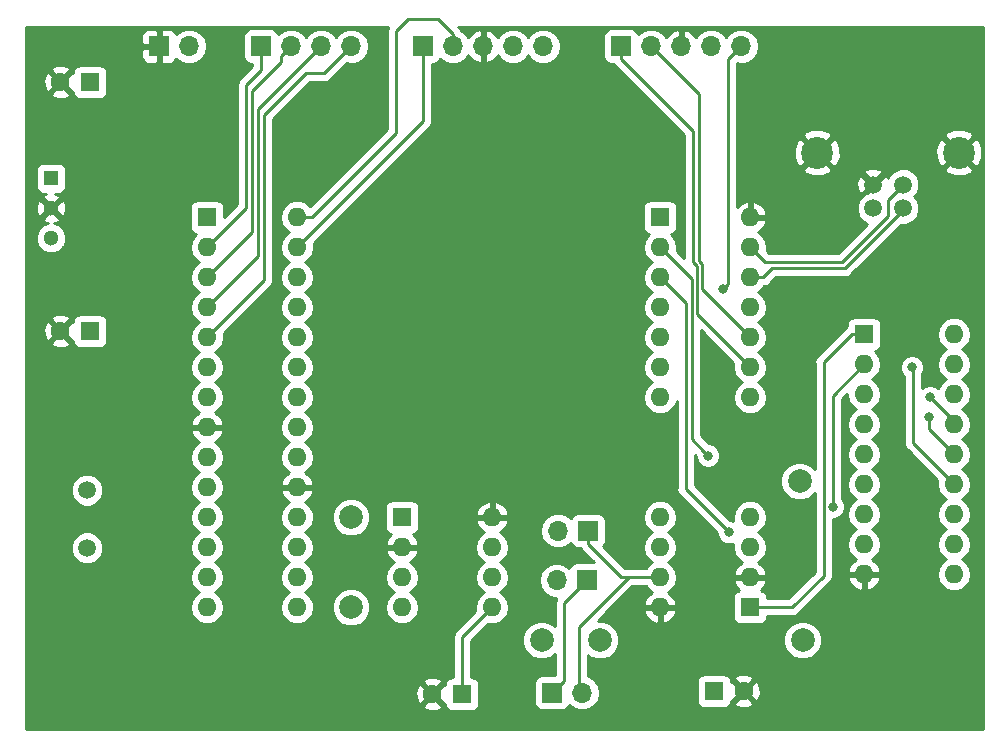
<source format=gbl>
G04 #@! TF.GenerationSoftware,KiCad,Pcbnew,(5.0.0-3-g5ebb6b6)*
G04 #@! TF.CreationDate,2018-09-15T08:18:07-04:00*
G04 #@! TF.ProjectId,picdev,7069636465762E6B696361645F706362,rev?*
G04 #@! TF.SameCoordinates,Original*
G04 #@! TF.FileFunction,Copper,L2,Bot,Signal*
G04 #@! TF.FilePolarity,Positive*
%FSLAX46Y46*%
G04 Gerber Fmt 4.6, Leading zero omitted, Abs format (unit mm)*
G04 Created by KiCad (PCBNEW (5.0.0-3-g5ebb6b6)) date Saturday, September 15, 2018 at 08:18:07 AM*
%MOMM*%
%LPD*%
G01*
G04 APERTURE LIST*
G04 #@! TA.AperFunction,ComponentPad*
%ADD10R,1.600000X1.600000*%
G04 #@! TD*
G04 #@! TA.AperFunction,ComponentPad*
%ADD11O,1.600000X1.600000*%
G04 #@! TD*
G04 #@! TA.AperFunction,WasherPad*
%ADD12C,2.000000*%
G04 #@! TD*
G04 #@! TA.AperFunction,ComponentPad*
%ADD13R,1.700000X1.700000*%
G04 #@! TD*
G04 #@! TA.AperFunction,ComponentPad*
%ADD14O,1.700000X1.700000*%
G04 #@! TD*
G04 #@! TA.AperFunction,ComponentPad*
%ADD15C,1.600000*%
G04 #@! TD*
G04 #@! TA.AperFunction,ComponentPad*
%ADD16C,1.520000*%
G04 #@! TD*
G04 #@! TA.AperFunction,ComponentPad*
%ADD17C,2.700000*%
G04 #@! TD*
G04 #@! TA.AperFunction,ComponentPad*
%ADD18C,1.500000*%
G04 #@! TD*
G04 #@! TA.AperFunction,ComponentPad*
%ADD19C,1.300000*%
G04 #@! TD*
G04 #@! TA.AperFunction,ComponentPad*
%ADD20R,1.300000X1.300000*%
G04 #@! TD*
G04 #@! TA.AperFunction,ViaPad*
%ADD21C,0.800000*%
G04 #@! TD*
G04 #@! TA.AperFunction,Conductor*
%ADD22C,0.254000*%
G04 #@! TD*
G04 APERTURE END LIST*
D10*
G04 #@! TO.P,U5,1*
G04 #@! TO.N,/PIC18F26K83/CAN_TX*
X152654000Y-91186000D03*
D11*
G04 #@! TO.P,U5,5*
G04 #@! TO.N,+5V*
X160274000Y-98806000D03*
G04 #@! TO.P,U5,2*
G04 #@! TO.N,GND*
X152654000Y-93726000D03*
G04 #@! TO.P,U5,6*
G04 #@! TO.N,/PIC18F26K83/CANL*
X160274000Y-96266000D03*
G04 #@! TO.P,U5,3*
G04 #@! TO.N,+5V*
X152654000Y-96266000D03*
G04 #@! TO.P,U5,7*
G04 #@! TO.N,/PIC18F26K83/CANH*
X160274000Y-93726000D03*
G04 #@! TO.P,U5,4*
G04 #@! TO.N,/PIC18F26K83/CAN_RX*
X152654000Y-98806000D03*
G04 #@! TO.P,U5,8*
G04 #@! TO.N,GND*
X160274000Y-91186000D03*
G04 #@! TD*
D12*
G04 #@! TO.P,TP3,1*
G04 #@! TO.N,Net-(TP3-Pad1)*
X186563000Y-101600000D03*
G04 #@! TD*
G04 #@! TO.P,TP2,1*
G04 #@! TO.N,/PIC18F26K83/CANL*
X164465000Y-101600000D03*
G04 #@! TD*
G04 #@! TO.P,TP4,1*
G04 #@! TO.N,Net-(TP4-Pad1)*
X186309000Y-88138000D03*
G04 #@! TD*
G04 #@! TO.P,TP5,1*
G04 #@! TO.N,/PIC18F26K83/CAN_TX*
X148336000Y-91186000D03*
G04 #@! TD*
G04 #@! TO.P,TP6,1*
G04 #@! TO.N,/PIC18F26K83/CAN_RX*
X148336000Y-98806000D03*
G04 #@! TD*
G04 #@! TO.P,TP1,1*
G04 #@! TO.N,/PIC18F26K83/CANH*
X169418000Y-101600000D03*
G04 #@! TD*
D13*
G04 #@! TO.P,JP2,1*
G04 #@! TO.N,/PIC16F1455/CANL*
X168275000Y-96520000D03*
D14*
G04 #@! TO.P,JP2,2*
G04 #@! TO.N,/PIC18F26K83/CANL*
X165735000Y-96520000D03*
G04 #@! TD*
G04 #@! TO.P,JP1,2*
G04 #@! TO.N,/PIC18F26K83/CANH*
X165862000Y-92329000D03*
D13*
G04 #@! TO.P,JP1,1*
G04 #@! TO.N,/PIC16F1455/CANH*
X168402000Y-92329000D03*
G04 #@! TD*
D15*
G04 #@! TO.P,C1,2*
G04 #@! TO.N,GND*
X123738000Y-54356000D03*
D10*
G04 #@! TO.P,C1,1*
G04 #@! TO.N,Net-(C1-Pad1)*
X126238000Y-54356000D03*
G04 #@! TD*
G04 #@! TO.P,C2,1*
G04 #@! TO.N,+5V*
X126238000Y-75438000D03*
D15*
G04 #@! TO.P,C2,2*
G04 #@! TO.N,GND*
X123738000Y-75438000D03*
G04 #@! TD*
G04 #@! TO.P,C4,2*
G04 #@! TO.N,GND*
X181570000Y-105918000D03*
D10*
G04 #@! TO.P,C4,1*
G04 #@! TO.N,+5V*
X179070000Y-105918000D03*
G04 #@! TD*
G04 #@! TO.P,C8,1*
G04 #@! TO.N,+5V*
X157734000Y-106172000D03*
D15*
G04 #@! TO.P,C8,2*
G04 #@! TO.N,GND*
X155234000Y-106172000D03*
G04 #@! TD*
D16*
G04 #@! TO.P,J5,2*
G04 #@! TO.N,/PIC16F1455/USB_D-*
X195072000Y-65024000D03*
G04 #@! TO.P,J5,1*
G04 #@! TO.N,Net-(J5-Pad1)*
X192532000Y-65024000D03*
G04 #@! TO.P,J5,4*
G04 #@! TO.N,GND*
X192532000Y-63024000D03*
G04 #@! TO.P,J5,3*
G04 #@! TO.N,/PIC16F1455/USB_D+*
X195072000Y-63024000D03*
D17*
G04 #@! TO.P,J5,5*
G04 #@! TO.N,GND*
X199802000Y-60324000D03*
X187802000Y-60324000D03*
G04 #@! TD*
D18*
G04 #@! TO.P,Y1,1*
G04 #@! TO.N,/PIC18F26K83/OSC1*
X125984000Y-88900000D03*
G04 #@! TO.P,Y1,2*
G04 #@! TO.N,/PIC18F26K83/OSC2*
X125984000Y-93780000D03*
G04 #@! TD*
D11*
G04 #@! TO.P,U3,14*
G04 #@! TO.N,GND*
X182118000Y-65786000D03*
G04 #@! TO.P,U3,7*
G04 #@! TO.N,/PIC16F1455/CS*
X174498000Y-81026000D03*
G04 #@! TO.P,U3,13*
G04 #@! TO.N,/PIC16F1455/USB_D+*
X182118000Y-68326000D03*
G04 #@! TO.P,U3,6*
G04 #@! TO.N,Net-(R4-Pad2)*
X174498000Y-78486000D03*
G04 #@! TO.P,U3,12*
G04 #@! TO.N,/PIC16F1455/USB_D-*
X182118000Y-70866000D03*
G04 #@! TO.P,U3,5*
G04 #@! TO.N,Net-(R5-Pad2)*
X174498000Y-75946000D03*
G04 #@! TO.P,U3,11*
G04 #@! TO.N,Net-(C3-Pad1)*
X182118000Y-73406000D03*
G04 #@! TO.P,U3,4*
G04 #@! TO.N,/PIC16F1455/~MCLR*
X174498000Y-73406000D03*
G04 #@! TO.P,U3,10*
G04 #@! TO.N,/PIC16F1455/ICSPDAT*
X182118000Y-75946000D03*
G04 #@! TO.P,U3,3*
G04 #@! TO.N,/PIC16F1455/CLKOUT*
X174498000Y-70866000D03*
G04 #@! TO.P,U3,9*
G04 #@! TO.N,/PIC16F1455/ICSPCLK*
X182118000Y-78486000D03*
G04 #@! TO.P,U3,2*
G04 #@! TO.N,/PIC16F1455/CAN_INT*
X174498000Y-68326000D03*
G04 #@! TO.P,U3,8*
G04 #@! TO.N,/PIC16F1455/MOSI*
X182118000Y-81026000D03*
D10*
G04 #@! TO.P,U3,1*
G04 #@! TO.N,+5V*
X174498000Y-65786000D03*
G04 #@! TD*
D11*
G04 #@! TO.P,U4,18*
G04 #@! TO.N,+5V*
X199390000Y-75692000D03*
G04 #@! TO.P,U4,9*
G04 #@! TO.N,GND*
X191770000Y-96012000D03*
G04 #@! TO.P,U4,17*
G04 #@! TO.N,+5V*
X199390000Y-78232000D03*
G04 #@! TO.P,U4,8*
G04 #@! TO.N,/PIC16F1455/CLKOUT*
X191770000Y-93472000D03*
G04 #@! TO.P,U4,16*
G04 #@! TO.N,/PIC16F1455/CS*
X199390000Y-80772000D03*
G04 #@! TO.P,U4,7*
G04 #@! TO.N,Net-(U4-Pad7)*
X191770000Y-90932000D03*
G04 #@! TO.P,U4,15*
G04 #@! TO.N,/PIC16F1455/ICSPCLK*
X199390000Y-83312000D03*
G04 #@! TO.P,U4,6*
G04 #@! TO.N,Net-(U4-Pad6)*
X191770000Y-88392000D03*
G04 #@! TO.P,U4,14*
G04 #@! TO.N,/PIC16F1455/MOSI*
X199390000Y-85852000D03*
G04 #@! TO.P,U4,5*
G04 #@! TO.N,Net-(U4-Pad5)*
X191770000Y-85852000D03*
G04 #@! TO.P,U4,13*
G04 #@! TO.N,/PIC16F1455/ICSPDAT*
X199390000Y-88392000D03*
G04 #@! TO.P,U4,4*
G04 #@! TO.N,Net-(U4-Pad4)*
X191770000Y-83312000D03*
G04 #@! TO.P,U4,12*
G04 #@! TO.N,/PIC16F1455/CAN_INT*
X199390000Y-90932000D03*
G04 #@! TO.P,U4,3*
G04 #@! TO.N,Net-(U4-Pad3)*
X191770000Y-80772000D03*
G04 #@! TO.P,U4,11*
G04 #@! TO.N,Net-(U4-Pad11)*
X199390000Y-93472000D03*
G04 #@! TO.P,U4,2*
G04 #@! TO.N,Net-(TP4-Pad1)*
X191770000Y-78232000D03*
G04 #@! TO.P,U4,10*
G04 #@! TO.N,Net-(U4-Pad10)*
X199390000Y-96012000D03*
D10*
G04 #@! TO.P,U4,1*
G04 #@! TO.N,Net-(TP3-Pad1)*
X191770000Y-75692000D03*
G04 #@! TD*
D11*
G04 #@! TO.P,U6,28*
G04 #@! TO.N,/PIC18F26K83/ICSPDAT*
X143764000Y-65786000D03*
G04 #@! TO.P,U6,14*
G04 #@! TO.N,Net-(U6-Pad14)*
X136144000Y-98806000D03*
G04 #@! TO.P,U6,27*
G04 #@! TO.N,/PIC18F26K83/ICSPCLK*
X143764000Y-68326000D03*
G04 #@! TO.P,U6,13*
G04 #@! TO.N,Net-(U6-Pad13)*
X136144000Y-96266000D03*
G04 #@! TO.P,U6,26*
G04 #@! TO.N,Net-(U6-Pad26)*
X143764000Y-70866000D03*
G04 #@! TO.P,U6,12*
G04 #@! TO.N,/PIC18F26K83/CAN_RX*
X136144000Y-93726000D03*
G04 #@! TO.P,U6,25*
G04 #@! TO.N,Net-(R7-Pad2)*
X143764000Y-73406000D03*
G04 #@! TO.P,U6,11*
G04 #@! TO.N,/PIC18F26K83/CAN_TX*
X136144000Y-91186000D03*
G04 #@! TO.P,U6,24*
G04 #@! TO.N,Net-(R8-Pad2)*
X143764000Y-75946000D03*
G04 #@! TO.P,U6,10*
G04 #@! TO.N,/PIC18F26K83/OSC2*
X136144000Y-88646000D03*
G04 #@! TO.P,U6,23*
G04 #@! TO.N,Net-(R9-Pad2)*
X143764000Y-78486000D03*
G04 #@! TO.P,U6,9*
G04 #@! TO.N,/PIC18F26K83/OSC1*
X136144000Y-86106000D03*
G04 #@! TO.P,U6,22*
G04 #@! TO.N,Net-(R10-Pad2)*
X143764000Y-81026000D03*
G04 #@! TO.P,U6,8*
G04 #@! TO.N,GND*
X136144000Y-83566000D03*
G04 #@! TO.P,U6,21*
G04 #@! TO.N,Net-(R11-Pad2)*
X143764000Y-83566000D03*
G04 #@! TO.P,U6,7*
G04 #@! TO.N,Net-(U6-Pad7)*
X136144000Y-81026000D03*
G04 #@! TO.P,U6,20*
G04 #@! TO.N,+5V*
X143764000Y-86106000D03*
G04 #@! TO.P,U6,6*
G04 #@! TO.N,Net-(U6-Pad6)*
X136144000Y-78486000D03*
G04 #@! TO.P,U6,19*
G04 #@! TO.N,GND*
X143764000Y-88646000D03*
G04 #@! TO.P,U6,5*
G04 #@! TO.N,Net-(J6-Pad4)*
X136144000Y-75946000D03*
G04 #@! TO.P,U6,18*
G04 #@! TO.N,Net-(U6-Pad18)*
X143764000Y-91186000D03*
G04 #@! TO.P,U6,4*
G04 #@! TO.N,Net-(J6-Pad3)*
X136144000Y-73406000D03*
G04 #@! TO.P,U6,17*
G04 #@! TO.N,Net-(U6-Pad17)*
X143764000Y-93726000D03*
G04 #@! TO.P,U6,3*
G04 #@! TO.N,Net-(J6-Pad2)*
X136144000Y-70866000D03*
G04 #@! TO.P,U6,16*
G04 #@! TO.N,Net-(U6-Pad16)*
X143764000Y-96266000D03*
G04 #@! TO.P,U6,2*
G04 #@! TO.N,Net-(J6-Pad1)*
X136144000Y-68326000D03*
G04 #@! TO.P,U6,15*
G04 #@! TO.N,Net-(U6-Pad15)*
X143764000Y-98806000D03*
D10*
G04 #@! TO.P,U6,1*
G04 #@! TO.N,/PIC18F26K83/~MCLR*
X136144000Y-65786000D03*
G04 #@! TD*
D11*
G04 #@! TO.P,U2,8*
G04 #@! TO.N,GND*
X174498000Y-98806000D03*
G04 #@! TO.P,U2,4*
G04 #@! TO.N,Net-(TP4-Pad1)*
X182118000Y-91186000D03*
G04 #@! TO.P,U2,7*
G04 #@! TO.N,/PIC16F1455/CANH*
X174498000Y-96266000D03*
G04 #@! TO.P,U2,3*
G04 #@! TO.N,+5V*
X182118000Y-93726000D03*
G04 #@! TO.P,U2,6*
G04 #@! TO.N,/PIC16F1455/CANL*
X174498000Y-93726000D03*
G04 #@! TO.P,U2,2*
G04 #@! TO.N,GND*
X182118000Y-96266000D03*
G04 #@! TO.P,U2,5*
G04 #@! TO.N,+5V*
X174498000Y-91186000D03*
D10*
G04 #@! TO.P,U2,1*
G04 #@! TO.N,Net-(TP3-Pad1)*
X182118000Y-98806000D03*
G04 #@! TD*
D19*
G04 #@! TO.P,U1,3*
G04 #@! TO.N,+5V*
X122936000Y-67564000D03*
D20*
G04 #@! TO.P,U1,1*
G04 #@! TO.N,Net-(C1-Pad1)*
X122936000Y-62484000D03*
D19*
G04 #@! TO.P,U1,2*
G04 #@! TO.N,GND*
X122936000Y-65024000D03*
G04 #@! TD*
D13*
G04 #@! TO.P,J1,1*
G04 #@! TO.N,GND*
X132080000Y-51308000D03*
D14*
G04 #@! TO.P,J1,2*
G04 #@! TO.N,Net-(F1-Pad1)*
X134620000Y-51308000D03*
G04 #@! TD*
G04 #@! TO.P,J4,2*
G04 #@! TO.N,/PIC16F1455/CANH*
X167894000Y-106045000D03*
D13*
G04 #@! TO.P,J4,1*
G04 #@! TO.N,/PIC16F1455/CANL*
X165354000Y-106045000D03*
G04 #@! TD*
D14*
G04 #@! TO.P,J6,4*
G04 #@! TO.N,Net-(J6-Pad4)*
X148336000Y-51308000D03*
G04 #@! TO.P,J6,3*
G04 #@! TO.N,Net-(J6-Pad3)*
X145796000Y-51308000D03*
G04 #@! TO.P,J6,2*
G04 #@! TO.N,Net-(J6-Pad2)*
X143256000Y-51308000D03*
D13*
G04 #@! TO.P,J6,1*
G04 #@! TO.N,Net-(J6-Pad1)*
X140716000Y-51308000D03*
G04 #@! TD*
G04 #@! TO.P,J3,1*
G04 #@! TO.N,/PIC18F26K83/ICSPCLK*
X154432000Y-51308000D03*
D14*
G04 #@! TO.P,J3,2*
G04 #@! TO.N,/PIC18F26K83/ICSPDAT*
X156972000Y-51308000D03*
G04 #@! TO.P,J3,3*
G04 #@! TO.N,GND*
X159512000Y-51308000D03*
G04 #@! TO.P,J3,4*
G04 #@! TO.N,+5V*
X162052000Y-51308000D03*
G04 #@! TO.P,J3,5*
G04 #@! TO.N,/PIC18F26K83/~MCLR*
X164592000Y-51308000D03*
G04 #@! TD*
G04 #@! TO.P,J2,5*
G04 #@! TO.N,/PIC16F1455/~MCLR*
X181356000Y-51308000D03*
G04 #@! TO.P,J2,4*
G04 #@! TO.N,+5V*
X178816000Y-51308000D03*
G04 #@! TO.P,J2,3*
G04 #@! TO.N,GND*
X176276000Y-51308000D03*
G04 #@! TO.P,J2,2*
G04 #@! TO.N,/PIC16F1455/ICSPDAT*
X173736000Y-51308000D03*
D13*
G04 #@! TO.P,J2,1*
G04 #@! TO.N,/PIC16F1455/ICSPCLK*
X171196000Y-51308000D03*
G04 #@! TD*
D21*
G04 #@! TO.N,Net-(TP4-Pad1)*
X189103000Y-90297000D03*
G04 #@! TO.N,/PIC16F1455/~MCLR*
X174498000Y-73406000D03*
X179832000Y-71882000D03*
G04 #@! TO.N,/PIC16F1455/CAN_INT*
X178562000Y-85979000D03*
G04 #@! TO.N,GND*
X130810000Y-100330000D03*
X165354000Y-63500000D03*
X190754000Y-72136000D03*
X152908000Y-83820000D03*
G04 #@! TO.N,/PIC16F1455/ICSPDAT*
X195834000Y-78486000D03*
G04 #@! TO.N,/PIC16F1455/ICSPCLK*
X197358000Y-81026000D03*
G04 #@! TO.N,/PIC16F1455/CLKOUT*
X180340000Y-92456006D03*
G04 #@! TO.N,/PIC16F1455/MOSI*
X197231000Y-82677000D03*
G04 #@! TD*
D22*
G04 #@! TO.N,/PIC16F1455/CANH*
X168402000Y-93433000D02*
X168402000Y-92329000D01*
X171235000Y-96266000D02*
X168402000Y-93433000D01*
X174498000Y-96266000D02*
X171235000Y-96266000D01*
X167640000Y-100457000D02*
X171831000Y-96266000D01*
X171831000Y-96266000D02*
X174498000Y-96266000D01*
X167640000Y-105791000D02*
X167640000Y-100457000D01*
X167894000Y-106045000D02*
X167640000Y-105791000D01*
G04 #@! TO.N,/PIC16F1455/CANL*
X166370000Y-98425000D02*
X168275000Y-96520000D01*
X166370000Y-105029000D02*
X166370000Y-98425000D01*
X165354000Y-106045000D02*
X166370000Y-105029000D01*
G04 #@! TO.N,Net-(TP3-Pad1)*
X190716000Y-75692000D02*
X191770000Y-75692000D01*
X188341000Y-96139000D02*
X188341000Y-78067000D01*
X185674000Y-98806000D02*
X188341000Y-96139000D01*
X188341000Y-78067000D02*
X190716000Y-75692000D01*
X184023000Y-98806000D02*
X182118000Y-98806000D01*
X183261000Y-98806000D02*
X184023000Y-98806000D01*
X184023000Y-98806000D02*
X185674000Y-98806000D01*
G04 #@! TO.N,Net-(TP4-Pad1)*
X191770000Y-78232000D02*
X189103000Y-80899000D01*
X189103000Y-80899000D02*
X189103000Y-90297000D01*
G04 #@! TO.N,+5V*
X157734000Y-101346000D02*
X160274000Y-98806000D01*
X157734000Y-106172000D02*
X157734000Y-101346000D01*
G04 #@! TO.N,/PIC16F1455/~MCLR*
X179832000Y-71882000D02*
X180231999Y-71482001D01*
X180231999Y-52432001D02*
X181356000Y-51308000D01*
X180231999Y-71482001D02*
X180231999Y-52432001D01*
G04 #@! TO.N,/PIC16F1455/CAN_INT*
X174498000Y-68326000D02*
X177165000Y-70993000D01*
X177165000Y-70993000D02*
X177165000Y-78994000D01*
X178562000Y-85979000D02*
X178162001Y-85579001D01*
X178162001Y-85579001D02*
X177165000Y-84582000D01*
X177165000Y-78994000D02*
X177165000Y-84582000D01*
G04 #@! TO.N,/PIC16F1455/ICSPDAT*
X178073022Y-69727886D02*
X177819021Y-69473885D01*
X174585999Y-52157999D02*
X173736000Y-51308000D01*
X178073022Y-71901022D02*
X178073022Y-69727886D01*
X177819021Y-69473885D02*
X177819020Y-55391020D01*
X177819020Y-55391020D02*
X174585999Y-52157999D01*
X182118000Y-75946000D02*
X178073022Y-71901022D01*
X195942001Y-78594001D02*
X195834000Y-78486000D01*
X195942001Y-84944001D02*
X195942001Y-78594001D01*
X199390000Y-88392000D02*
X195942001Y-84944001D01*
G04 #@! TO.N,/PIC16F1455/ICSPCLK*
X199390000Y-83058000D02*
X199390000Y-83312000D01*
X197358000Y-81026000D02*
X199390000Y-83058000D01*
X182118000Y-78486000D02*
X177619011Y-73987011D01*
X177619011Y-69915943D02*
X177292000Y-69588932D01*
X177292000Y-58508000D02*
X171196000Y-52412000D01*
X177619011Y-73987011D02*
X177619011Y-69915943D01*
X171196000Y-52412000D02*
X171196000Y-51308000D01*
X177292000Y-69588932D02*
X177292000Y-58508000D01*
G04 #@! TO.N,/PIC18F26K83/ICSPCLK*
X154432000Y-57658000D02*
X154432000Y-51308000D01*
X143764000Y-68326000D02*
X154432000Y-57658000D01*
G04 #@! TO.N,/PIC18F26K83/ICSPDAT*
X143764000Y-65786000D02*
X145034000Y-65786000D01*
X145034000Y-65786000D02*
X152146000Y-58674000D01*
X152146000Y-58674000D02*
X152146000Y-50038000D01*
X152146000Y-50038000D02*
X153162000Y-49022000D01*
X153162000Y-49022000D02*
X155702000Y-49022000D01*
X155702000Y-49022000D02*
X156972000Y-50292000D01*
X156972000Y-50292000D02*
X156972000Y-51308000D01*
G04 #@! TO.N,Net-(J6-Pad4)*
X146050000Y-53594000D02*
X148336000Y-51308000D01*
X140970000Y-57150000D02*
X144526000Y-53594000D01*
X140970000Y-71120000D02*
X140970000Y-57150000D01*
X144526000Y-53594000D02*
X146050000Y-53594000D01*
X136144000Y-75946000D02*
X140970000Y-71120000D01*
G04 #@! TO.N,Net-(J6-Pad3)*
X136144000Y-73406000D02*
X140462000Y-69088000D01*
X140462000Y-56642000D02*
X145796000Y-51308000D01*
X140462000Y-69088000D02*
X140462000Y-56642000D01*
G04 #@! TO.N,Net-(J6-Pad2)*
X136144000Y-70866000D02*
X139954000Y-67056000D01*
X139954000Y-67056000D02*
X139954000Y-55118000D01*
X142406001Y-52157999D02*
X143256000Y-51308000D01*
X142406001Y-52665999D02*
X142406001Y-52157999D01*
X139954000Y-55118000D02*
X142406001Y-52665999D01*
G04 #@! TO.N,Net-(J6-Pad1)*
X139446000Y-65024000D02*
X139446000Y-54610000D01*
X140716000Y-53340000D02*
X140716000Y-51308000D01*
X139446000Y-54610000D02*
X140716000Y-53340000D01*
X136144000Y-68326000D02*
X139446000Y-65024000D01*
G04 #@! TO.N,/PIC16F1455/CLKOUT*
X176657000Y-88773006D02*
X179940001Y-92056007D01*
X174498000Y-70866000D02*
X176657000Y-73025000D01*
X176657000Y-73025000D02*
X176657000Y-88773006D01*
X179940001Y-92056007D02*
X180340000Y-92456006D01*
G04 #@! TO.N,/PIC16F1455/MOSI*
X197231000Y-83693000D02*
X199390000Y-85852000D01*
X197231000Y-82677000D02*
X197231000Y-83693000D01*
G04 #@! TO.N,/PIC16F1455/USB_D+*
X193802000Y-64294000D02*
X195072000Y-63024000D01*
X193802000Y-65659000D02*
X193802000Y-64294000D01*
X189865000Y-69596000D02*
X193802000Y-65659000D01*
X183388000Y-69596000D02*
X189865000Y-69596000D01*
X182118000Y-68326000D02*
X183388000Y-69596000D01*
G04 #@! TO.N,/PIC16F1455/USB_D-*
X195072000Y-65151000D02*
X195072000Y-65024000D01*
X190119000Y-70104000D02*
X195072000Y-65151000D01*
X184011370Y-70104000D02*
X190119000Y-70104000D01*
X183249370Y-70866000D02*
X184011370Y-70104000D01*
X182118000Y-70866000D02*
X183249370Y-70866000D01*
G04 #@! TD*
G04 #@! TO.N,GND*
G36*
X151428213Y-49740683D02*
X151369073Y-50038000D01*
X151384001Y-50113048D01*
X151384000Y-58358369D01*
X144875630Y-64866740D01*
X144798577Y-64751423D01*
X144323909Y-64434260D01*
X143905333Y-64351000D01*
X143622667Y-64351000D01*
X143204091Y-64434260D01*
X142729423Y-64751423D01*
X142412260Y-65226091D01*
X142300887Y-65786000D01*
X142412260Y-66345909D01*
X142729423Y-66820577D01*
X143081758Y-67056000D01*
X142729423Y-67291423D01*
X142412260Y-67766091D01*
X142300887Y-68326000D01*
X142412260Y-68885909D01*
X142729423Y-69360577D01*
X143081758Y-69596000D01*
X142729423Y-69831423D01*
X142412260Y-70306091D01*
X142300887Y-70866000D01*
X142412260Y-71425909D01*
X142729423Y-71900577D01*
X143081758Y-72136000D01*
X142729423Y-72371423D01*
X142412260Y-72846091D01*
X142300887Y-73406000D01*
X142412260Y-73965909D01*
X142729423Y-74440577D01*
X143081758Y-74676000D01*
X142729423Y-74911423D01*
X142412260Y-75386091D01*
X142300887Y-75946000D01*
X142412260Y-76505909D01*
X142729423Y-76980577D01*
X143081758Y-77216000D01*
X142729423Y-77451423D01*
X142412260Y-77926091D01*
X142300887Y-78486000D01*
X142412260Y-79045909D01*
X142729423Y-79520577D01*
X143081758Y-79756000D01*
X142729423Y-79991423D01*
X142412260Y-80466091D01*
X142300887Y-81026000D01*
X142412260Y-81585909D01*
X142729423Y-82060577D01*
X143081758Y-82296000D01*
X142729423Y-82531423D01*
X142412260Y-83006091D01*
X142300887Y-83566000D01*
X142412260Y-84125909D01*
X142729423Y-84600577D01*
X143081758Y-84836000D01*
X142729423Y-85071423D01*
X142412260Y-85546091D01*
X142300887Y-86106000D01*
X142412260Y-86665909D01*
X142729423Y-87140577D01*
X143113108Y-87396947D01*
X142908866Y-87493611D01*
X142532959Y-87908577D01*
X142372096Y-88296961D01*
X142494085Y-88519000D01*
X143637000Y-88519000D01*
X143637000Y-88499000D01*
X143891000Y-88499000D01*
X143891000Y-88519000D01*
X145033915Y-88519000D01*
X145155904Y-88296961D01*
X144995041Y-87908577D01*
X144619134Y-87493611D01*
X144414892Y-87396947D01*
X144798577Y-87140577D01*
X145115740Y-86665909D01*
X145227113Y-86106000D01*
X145115740Y-85546091D01*
X144798577Y-85071423D01*
X144446242Y-84836000D01*
X144798577Y-84600577D01*
X145115740Y-84125909D01*
X145227113Y-83566000D01*
X145115740Y-83006091D01*
X144798577Y-82531423D01*
X144446242Y-82296000D01*
X144798577Y-82060577D01*
X145115740Y-81585909D01*
X145227113Y-81026000D01*
X145115740Y-80466091D01*
X144798577Y-79991423D01*
X144446242Y-79756000D01*
X144798577Y-79520577D01*
X145115740Y-79045909D01*
X145227113Y-78486000D01*
X145115740Y-77926091D01*
X144798577Y-77451423D01*
X144446242Y-77216000D01*
X144798577Y-76980577D01*
X145115740Y-76505909D01*
X145227113Y-75946000D01*
X145115740Y-75386091D01*
X144798577Y-74911423D01*
X144446242Y-74676000D01*
X144798577Y-74440577D01*
X145115740Y-73965909D01*
X145227113Y-73406000D01*
X145115740Y-72846091D01*
X144798577Y-72371423D01*
X144446242Y-72136000D01*
X144798577Y-71900577D01*
X145115740Y-71425909D01*
X145227113Y-70866000D01*
X145115740Y-70306091D01*
X144798577Y-69831423D01*
X144446242Y-69596000D01*
X144798577Y-69360577D01*
X145115740Y-68885909D01*
X145227113Y-68326000D01*
X145163157Y-68004473D01*
X154917750Y-58249881D01*
X154981371Y-58207371D01*
X155023882Y-58143749D01*
X155149787Y-57955319D01*
X155149787Y-57955318D01*
X155149788Y-57955317D01*
X155194000Y-57733048D01*
X155194000Y-57733044D01*
X155208927Y-57658001D01*
X155194000Y-57582958D01*
X155194000Y-52805440D01*
X155282000Y-52805440D01*
X155529765Y-52756157D01*
X155739809Y-52615809D01*
X155880157Y-52405765D01*
X155889184Y-52360381D01*
X155901375Y-52378625D01*
X156392582Y-52706839D01*
X156825744Y-52793000D01*
X157118256Y-52793000D01*
X157551418Y-52706839D01*
X158042625Y-52378625D01*
X158255843Y-52059522D01*
X158316817Y-52189358D01*
X158745076Y-52579645D01*
X159155110Y-52749476D01*
X159385000Y-52628155D01*
X159385000Y-51435000D01*
X159365000Y-51435000D01*
X159365000Y-51181000D01*
X159385000Y-51181000D01*
X159385000Y-49987845D01*
X159639000Y-49987845D01*
X159639000Y-51181000D01*
X159659000Y-51181000D01*
X159659000Y-51435000D01*
X159639000Y-51435000D01*
X159639000Y-52628155D01*
X159868890Y-52749476D01*
X160278924Y-52579645D01*
X160707183Y-52189358D01*
X160768157Y-52059522D01*
X160981375Y-52378625D01*
X161472582Y-52706839D01*
X161905744Y-52793000D01*
X162198256Y-52793000D01*
X162631418Y-52706839D01*
X163122625Y-52378625D01*
X163322000Y-52080239D01*
X163521375Y-52378625D01*
X164012582Y-52706839D01*
X164445744Y-52793000D01*
X164738256Y-52793000D01*
X165171418Y-52706839D01*
X165662625Y-52378625D01*
X165990839Y-51887418D01*
X166106092Y-51308000D01*
X165990839Y-50728582D01*
X165810042Y-50458000D01*
X169698560Y-50458000D01*
X169698560Y-52158000D01*
X169747843Y-52405765D01*
X169888191Y-52615809D01*
X170098235Y-52756157D01*
X170346000Y-52805440D01*
X170542440Y-52805440D01*
X170646629Y-52961371D01*
X170710253Y-53003883D01*
X176530001Y-58823632D01*
X176530000Y-69280369D01*
X175897157Y-68647527D01*
X175961113Y-68326000D01*
X175849740Y-67766091D01*
X175532577Y-67291423D01*
X175411894Y-67210785D01*
X175545765Y-67184157D01*
X175755809Y-67043809D01*
X175896157Y-66833765D01*
X175945440Y-66586000D01*
X175945440Y-64986000D01*
X175896157Y-64738235D01*
X175755809Y-64528191D01*
X175545765Y-64387843D01*
X175298000Y-64338560D01*
X173698000Y-64338560D01*
X173450235Y-64387843D01*
X173240191Y-64528191D01*
X173099843Y-64738235D01*
X173050560Y-64986000D01*
X173050560Y-66586000D01*
X173099843Y-66833765D01*
X173240191Y-67043809D01*
X173450235Y-67184157D01*
X173584106Y-67210785D01*
X173463423Y-67291423D01*
X173146260Y-67766091D01*
X173034887Y-68326000D01*
X173146260Y-68885909D01*
X173463423Y-69360577D01*
X173815758Y-69596000D01*
X173463423Y-69831423D01*
X173146260Y-70306091D01*
X173034887Y-70866000D01*
X173146260Y-71425909D01*
X173463423Y-71900577D01*
X173815758Y-72136000D01*
X173463423Y-72371423D01*
X173146260Y-72846091D01*
X173034887Y-73406000D01*
X173146260Y-73965909D01*
X173463423Y-74440577D01*
X173815758Y-74676000D01*
X173463423Y-74911423D01*
X173146260Y-75386091D01*
X173034887Y-75946000D01*
X173146260Y-76505909D01*
X173463423Y-76980577D01*
X173815758Y-77216000D01*
X173463423Y-77451423D01*
X173146260Y-77926091D01*
X173034887Y-78486000D01*
X173146260Y-79045909D01*
X173463423Y-79520577D01*
X173815758Y-79756000D01*
X173463423Y-79991423D01*
X173146260Y-80466091D01*
X173034887Y-81026000D01*
X173146260Y-81585909D01*
X173463423Y-82060577D01*
X173938091Y-82377740D01*
X174356667Y-82461000D01*
X174639333Y-82461000D01*
X175057909Y-82377740D01*
X175532577Y-82060577D01*
X175849740Y-81585909D01*
X175895001Y-81358369D01*
X175895001Y-88697958D01*
X175880073Y-88773006D01*
X175939213Y-89070323D01*
X176029809Y-89205909D01*
X176107630Y-89322377D01*
X176171251Y-89364887D01*
X179305000Y-92498637D01*
X179305000Y-92661880D01*
X179462569Y-93042286D01*
X179753720Y-93333437D01*
X180134126Y-93491006D01*
X180545874Y-93491006D01*
X180715616Y-93420697D01*
X180654887Y-93726000D01*
X180766260Y-94285909D01*
X181083423Y-94760577D01*
X181467108Y-95016947D01*
X181262866Y-95113611D01*
X180886959Y-95528577D01*
X180726096Y-95916961D01*
X180848085Y-96139000D01*
X181991000Y-96139000D01*
X181991000Y-96119000D01*
X182245000Y-96119000D01*
X182245000Y-96139000D01*
X183387915Y-96139000D01*
X183509904Y-95916961D01*
X183349041Y-95528577D01*
X182973134Y-95113611D01*
X182768892Y-95016947D01*
X183152577Y-94760577D01*
X183469740Y-94285909D01*
X183581113Y-93726000D01*
X183469740Y-93166091D01*
X183152577Y-92691423D01*
X182800242Y-92456000D01*
X183152577Y-92220577D01*
X183469740Y-91745909D01*
X183581113Y-91186000D01*
X183469740Y-90626091D01*
X183152577Y-90151423D01*
X182677909Y-89834260D01*
X182259333Y-89751000D01*
X181976667Y-89751000D01*
X181558091Y-89834260D01*
X181083423Y-90151423D01*
X180766260Y-90626091D01*
X180654887Y-91186000D01*
X180715618Y-91491316D01*
X180545874Y-91421006D01*
X180382631Y-91421006D01*
X177419000Y-88457376D01*
X177419000Y-85913631D01*
X177527000Y-86021631D01*
X177527000Y-86184874D01*
X177684569Y-86565280D01*
X177975720Y-86856431D01*
X178356126Y-87014000D01*
X178767874Y-87014000D01*
X179148280Y-86856431D01*
X179439431Y-86565280D01*
X179597000Y-86184874D01*
X179597000Y-85773126D01*
X179439431Y-85392720D01*
X179148280Y-85101569D01*
X178767874Y-84944000D01*
X178604631Y-84944000D01*
X177927000Y-84266370D01*
X177927000Y-75372630D01*
X180718843Y-78164473D01*
X180654887Y-78486000D01*
X180766260Y-79045909D01*
X181083423Y-79520577D01*
X181435758Y-79756000D01*
X181083423Y-79991423D01*
X180766260Y-80466091D01*
X180654887Y-81026000D01*
X180766260Y-81585909D01*
X181083423Y-82060577D01*
X181558091Y-82377740D01*
X181976667Y-82461000D01*
X182259333Y-82461000D01*
X182677909Y-82377740D01*
X183152577Y-82060577D01*
X183469740Y-81585909D01*
X183581113Y-81026000D01*
X183469740Y-80466091D01*
X183152577Y-79991423D01*
X182800242Y-79756000D01*
X183152577Y-79520577D01*
X183469740Y-79045909D01*
X183581113Y-78486000D01*
X183469740Y-77926091D01*
X183152577Y-77451423D01*
X182800242Y-77216000D01*
X183152577Y-76980577D01*
X183469740Y-76505909D01*
X183581113Y-75946000D01*
X183469740Y-75386091D01*
X183152577Y-74911423D01*
X182800242Y-74676000D01*
X183152577Y-74440577D01*
X183469740Y-73965909D01*
X183581113Y-73406000D01*
X183469740Y-72846091D01*
X183152577Y-72371423D01*
X182800242Y-72136000D01*
X183152577Y-71900577D01*
X183336284Y-71625640D01*
X183546687Y-71583788D01*
X183798741Y-71415371D01*
X183841253Y-71351747D01*
X184327001Y-70866000D01*
X190043957Y-70866000D01*
X190119000Y-70880927D01*
X190194043Y-70866000D01*
X190194048Y-70866000D01*
X190416317Y-70821788D01*
X190668371Y-70653371D01*
X190710883Y-70589747D01*
X194881631Y-66419000D01*
X195349483Y-66419000D01*
X195862204Y-66206624D01*
X196254624Y-65814204D01*
X196467000Y-65301483D01*
X196467000Y-64746517D01*
X196254624Y-64233796D01*
X196044828Y-64024000D01*
X196254624Y-63814204D01*
X196467000Y-63301483D01*
X196467000Y-62746517D01*
X196254624Y-62233796D01*
X195862204Y-61841376D01*
X195592336Y-61729593D01*
X198576012Y-61729593D01*
X198717478Y-62032782D01*
X199453955Y-62317737D01*
X200243418Y-62299164D01*
X200886522Y-62032782D01*
X201027988Y-61729593D01*
X199802000Y-60503605D01*
X198576012Y-61729593D01*
X195592336Y-61729593D01*
X195349483Y-61629000D01*
X194794517Y-61629000D01*
X194281796Y-61841376D01*
X193889376Y-62233796D01*
X193808578Y-62428859D01*
X193752742Y-62294059D01*
X193510764Y-62224841D01*
X192711605Y-63024000D01*
X192725748Y-63038143D01*
X192546143Y-63217748D01*
X192532000Y-63203605D01*
X192002015Y-63733590D01*
X191741796Y-63841376D01*
X191349376Y-64233796D01*
X191137000Y-64746517D01*
X191137000Y-65301483D01*
X191349376Y-65814204D01*
X191741796Y-66206624D01*
X192049352Y-66334018D01*
X189549370Y-68834000D01*
X183703631Y-68834000D01*
X183517157Y-68647527D01*
X183581113Y-68326000D01*
X183469740Y-67766091D01*
X183152577Y-67291423D01*
X182768892Y-67035053D01*
X182973134Y-66938389D01*
X183349041Y-66523423D01*
X183509904Y-66135039D01*
X183387915Y-65913000D01*
X182245000Y-65913000D01*
X182245000Y-65933000D01*
X181991000Y-65933000D01*
X181991000Y-65913000D01*
X181971000Y-65913000D01*
X181971000Y-65659000D01*
X181991000Y-65659000D01*
X181991000Y-64515371D01*
X182245000Y-64515371D01*
X182245000Y-65659000D01*
X183387915Y-65659000D01*
X183509904Y-65436961D01*
X183349041Y-65048577D01*
X182973134Y-64633611D01*
X182467041Y-64394086D01*
X182245000Y-64515371D01*
X181991000Y-64515371D01*
X181768959Y-64394086D01*
X181262866Y-64633611D01*
X180993999Y-64930415D01*
X180993999Y-62816780D01*
X191124845Y-62816780D01*
X191152659Y-63371049D01*
X191311258Y-63753941D01*
X191553236Y-63823159D01*
X192352395Y-63024000D01*
X191553236Y-62224841D01*
X191311258Y-62294059D01*
X191124845Y-62816780D01*
X180993999Y-62816780D01*
X180993999Y-61729593D01*
X186576012Y-61729593D01*
X186717478Y-62032782D01*
X187453955Y-62317737D01*
X188243418Y-62299164D01*
X188856455Y-62045236D01*
X191732841Y-62045236D01*
X192532000Y-62844395D01*
X193331159Y-62045236D01*
X193261941Y-61803258D01*
X192739220Y-61616845D01*
X192184951Y-61644659D01*
X191802059Y-61803258D01*
X191732841Y-62045236D01*
X188856455Y-62045236D01*
X188886522Y-62032782D01*
X189027988Y-61729593D01*
X187802000Y-60503605D01*
X186576012Y-61729593D01*
X180993999Y-61729593D01*
X180993999Y-59975955D01*
X185808263Y-59975955D01*
X185826836Y-60765418D01*
X186093218Y-61408522D01*
X186396407Y-61549988D01*
X187622395Y-60324000D01*
X187981605Y-60324000D01*
X189207593Y-61549988D01*
X189510782Y-61408522D01*
X189795737Y-60672045D01*
X189779361Y-59975955D01*
X197808263Y-59975955D01*
X197826836Y-60765418D01*
X198093218Y-61408522D01*
X198396407Y-61549988D01*
X199622395Y-60324000D01*
X199981605Y-60324000D01*
X201207593Y-61549988D01*
X201510782Y-61408522D01*
X201795737Y-60672045D01*
X201777164Y-59882582D01*
X201510782Y-59239478D01*
X201207593Y-59098012D01*
X199981605Y-60324000D01*
X199622395Y-60324000D01*
X198396407Y-59098012D01*
X198093218Y-59239478D01*
X197808263Y-59975955D01*
X189779361Y-59975955D01*
X189777164Y-59882582D01*
X189510782Y-59239478D01*
X189207593Y-59098012D01*
X187981605Y-60324000D01*
X187622395Y-60324000D01*
X186396407Y-59098012D01*
X186093218Y-59239478D01*
X185808263Y-59975955D01*
X180993999Y-59975955D01*
X180993999Y-58918407D01*
X186576012Y-58918407D01*
X187802000Y-60144395D01*
X189027988Y-58918407D01*
X198576012Y-58918407D01*
X199802000Y-60144395D01*
X201027988Y-58918407D01*
X200886522Y-58615218D01*
X200150045Y-58330263D01*
X199360582Y-58348836D01*
X198717478Y-58615218D01*
X198576012Y-58918407D01*
X189027988Y-58918407D01*
X188886522Y-58615218D01*
X188150045Y-58330263D01*
X187360582Y-58348836D01*
X186717478Y-58615218D01*
X186576012Y-58918407D01*
X180993999Y-58918407D01*
X180993999Y-52750086D01*
X181209744Y-52793000D01*
X181502256Y-52793000D01*
X181935418Y-52706839D01*
X182426625Y-52378625D01*
X182754839Y-51887418D01*
X182870092Y-51308000D01*
X182754839Y-50728582D01*
X182426625Y-50237375D01*
X181935418Y-49909161D01*
X181502256Y-49823000D01*
X181209744Y-49823000D01*
X180776582Y-49909161D01*
X180285375Y-50237375D01*
X180086000Y-50535761D01*
X179886625Y-50237375D01*
X179395418Y-49909161D01*
X178962256Y-49823000D01*
X178669744Y-49823000D01*
X178236582Y-49909161D01*
X177745375Y-50237375D01*
X177532157Y-50556478D01*
X177471183Y-50426642D01*
X177042924Y-50036355D01*
X176632890Y-49866524D01*
X176403000Y-49987845D01*
X176403000Y-51181000D01*
X176423000Y-51181000D01*
X176423000Y-51435000D01*
X176403000Y-51435000D01*
X176403000Y-51455000D01*
X176149000Y-51455000D01*
X176149000Y-51435000D01*
X176129000Y-51435000D01*
X176129000Y-51181000D01*
X176149000Y-51181000D01*
X176149000Y-49987845D01*
X175919110Y-49866524D01*
X175509076Y-50036355D01*
X175080817Y-50426642D01*
X175019843Y-50556478D01*
X174806625Y-50237375D01*
X174315418Y-49909161D01*
X173882256Y-49823000D01*
X173589744Y-49823000D01*
X173156582Y-49909161D01*
X172665375Y-50237375D01*
X172653184Y-50255619D01*
X172644157Y-50210235D01*
X172503809Y-50000191D01*
X172293765Y-49859843D01*
X172046000Y-49810560D01*
X170346000Y-49810560D01*
X170098235Y-49859843D01*
X169888191Y-50000191D01*
X169747843Y-50210235D01*
X169698560Y-50458000D01*
X165810042Y-50458000D01*
X165662625Y-50237375D01*
X165171418Y-49909161D01*
X164738256Y-49823000D01*
X164445744Y-49823000D01*
X164012582Y-49909161D01*
X163521375Y-50237375D01*
X163322000Y-50535761D01*
X163122625Y-50237375D01*
X162631418Y-49909161D01*
X162198256Y-49823000D01*
X161905744Y-49823000D01*
X161472582Y-49909161D01*
X160981375Y-50237375D01*
X160768157Y-50556478D01*
X160707183Y-50426642D01*
X160278924Y-50036355D01*
X159868890Y-49866524D01*
X159639000Y-49987845D01*
X159385000Y-49987845D01*
X159155110Y-49866524D01*
X158745076Y-50036355D01*
X158316817Y-50426642D01*
X158255843Y-50556478D01*
X158042625Y-50237375D01*
X157691379Y-50002680D01*
X157689788Y-49994683D01*
X157681147Y-49981750D01*
X157563882Y-49806251D01*
X157521371Y-49742629D01*
X157457750Y-49700119D01*
X157414631Y-49657000D01*
X201803000Y-49657000D01*
X201803000Y-109093000D01*
X120777000Y-109093000D01*
X120777000Y-107179745D01*
X154405861Y-107179745D01*
X154479995Y-107425864D01*
X155017223Y-107618965D01*
X155587454Y-107591778D01*
X155988005Y-107425864D01*
X156062139Y-107179745D01*
X155234000Y-106351605D01*
X154405861Y-107179745D01*
X120777000Y-107179745D01*
X120777000Y-105955223D01*
X153787035Y-105955223D01*
X153814222Y-106525454D01*
X153980136Y-106926005D01*
X154226255Y-107000139D01*
X155054395Y-106172000D01*
X155413605Y-106172000D01*
X156241745Y-107000139D01*
X156289307Y-106985813D01*
X156335843Y-107219765D01*
X156476191Y-107429809D01*
X156686235Y-107570157D01*
X156934000Y-107619440D01*
X158534000Y-107619440D01*
X158781765Y-107570157D01*
X158991809Y-107429809D01*
X159132157Y-107219765D01*
X159181440Y-106972000D01*
X159181440Y-105372000D01*
X159132157Y-105124235D01*
X158991809Y-104914191D01*
X158781765Y-104773843D01*
X158534000Y-104724560D01*
X158496000Y-104724560D01*
X158496000Y-101661630D01*
X158882852Y-101274778D01*
X162830000Y-101274778D01*
X162830000Y-101925222D01*
X163078914Y-102526153D01*
X163538847Y-102986086D01*
X164139778Y-103235000D01*
X164790222Y-103235000D01*
X165391153Y-102986086D01*
X165608000Y-102769239D01*
X165608000Y-104547560D01*
X164504000Y-104547560D01*
X164256235Y-104596843D01*
X164046191Y-104737191D01*
X163905843Y-104947235D01*
X163856560Y-105195000D01*
X163856560Y-106895000D01*
X163905843Y-107142765D01*
X164046191Y-107352809D01*
X164256235Y-107493157D01*
X164504000Y-107542440D01*
X166204000Y-107542440D01*
X166451765Y-107493157D01*
X166661809Y-107352809D01*
X166802157Y-107142765D01*
X166811184Y-107097381D01*
X166823375Y-107115625D01*
X167314582Y-107443839D01*
X167747744Y-107530000D01*
X168040256Y-107530000D01*
X168473418Y-107443839D01*
X168964625Y-107115625D01*
X169292839Y-106624418D01*
X169408092Y-106045000D01*
X169292839Y-105465582D01*
X169060593Y-105118000D01*
X177622560Y-105118000D01*
X177622560Y-106718000D01*
X177671843Y-106965765D01*
X177812191Y-107175809D01*
X178022235Y-107316157D01*
X178270000Y-107365440D01*
X179870000Y-107365440D01*
X180117765Y-107316157D01*
X180327809Y-107175809D01*
X180468157Y-106965765D01*
X180476117Y-106925745D01*
X180741861Y-106925745D01*
X180815995Y-107171864D01*
X181353223Y-107364965D01*
X181923454Y-107337778D01*
X182324005Y-107171864D01*
X182398139Y-106925745D01*
X181570000Y-106097605D01*
X180741861Y-106925745D01*
X180476117Y-106925745D01*
X180514693Y-106731813D01*
X180562255Y-106746139D01*
X181390395Y-105918000D01*
X181749605Y-105918000D01*
X182577745Y-106746139D01*
X182823864Y-106672005D01*
X183016965Y-106134777D01*
X182989778Y-105564546D01*
X182823864Y-105163995D01*
X182577745Y-105089861D01*
X181749605Y-105918000D01*
X181390395Y-105918000D01*
X180562255Y-105089861D01*
X180514693Y-105104187D01*
X180476118Y-104910255D01*
X180741861Y-104910255D01*
X181570000Y-105738395D01*
X182398139Y-104910255D01*
X182324005Y-104664136D01*
X181786777Y-104471035D01*
X181216546Y-104498222D01*
X180815995Y-104664136D01*
X180741861Y-104910255D01*
X180476118Y-104910255D01*
X180468157Y-104870235D01*
X180327809Y-104660191D01*
X180117765Y-104519843D01*
X179870000Y-104470560D01*
X178270000Y-104470560D01*
X178022235Y-104519843D01*
X177812191Y-104660191D01*
X177671843Y-104870235D01*
X177622560Y-105118000D01*
X169060593Y-105118000D01*
X168964625Y-104974375D01*
X168473418Y-104646161D01*
X168402000Y-104631955D01*
X168402000Y-102896239D01*
X168491847Y-102986086D01*
X169092778Y-103235000D01*
X169743222Y-103235000D01*
X170344153Y-102986086D01*
X170804086Y-102526153D01*
X171053000Y-101925222D01*
X171053000Y-101274778D01*
X184928000Y-101274778D01*
X184928000Y-101925222D01*
X185176914Y-102526153D01*
X185636847Y-102986086D01*
X186237778Y-103235000D01*
X186888222Y-103235000D01*
X187489153Y-102986086D01*
X187949086Y-102526153D01*
X188198000Y-101925222D01*
X188198000Y-101274778D01*
X187949086Y-100673847D01*
X187489153Y-100213914D01*
X186888222Y-99965000D01*
X186237778Y-99965000D01*
X185636847Y-100213914D01*
X185176914Y-100673847D01*
X184928000Y-101274778D01*
X171053000Y-101274778D01*
X170804086Y-100673847D01*
X170344153Y-100213914D01*
X169743222Y-99965000D01*
X169209630Y-99965000D01*
X170019591Y-99155039D01*
X173106096Y-99155039D01*
X173266959Y-99543423D01*
X173642866Y-99958389D01*
X174148959Y-100197914D01*
X174371000Y-100076629D01*
X174371000Y-98933000D01*
X174625000Y-98933000D01*
X174625000Y-100076629D01*
X174847041Y-100197914D01*
X175353134Y-99958389D01*
X175729041Y-99543423D01*
X175889904Y-99155039D01*
X175767915Y-98933000D01*
X174625000Y-98933000D01*
X174371000Y-98933000D01*
X173228085Y-98933000D01*
X173106096Y-99155039D01*
X170019591Y-99155039D01*
X172146631Y-97028000D01*
X173281293Y-97028000D01*
X173463423Y-97300577D01*
X173847108Y-97556947D01*
X173642866Y-97653611D01*
X173266959Y-98068577D01*
X173106096Y-98456961D01*
X173228085Y-98679000D01*
X174371000Y-98679000D01*
X174371000Y-98659000D01*
X174625000Y-98659000D01*
X174625000Y-98679000D01*
X175767915Y-98679000D01*
X175889904Y-98456961D01*
X175729041Y-98068577D01*
X175672355Y-98006000D01*
X180670560Y-98006000D01*
X180670560Y-99606000D01*
X180719843Y-99853765D01*
X180860191Y-100063809D01*
X181070235Y-100204157D01*
X181318000Y-100253440D01*
X182918000Y-100253440D01*
X183165765Y-100204157D01*
X183375809Y-100063809D01*
X183516157Y-99853765D01*
X183565440Y-99606000D01*
X183565440Y-99568000D01*
X185598957Y-99568000D01*
X185674000Y-99582927D01*
X185749043Y-99568000D01*
X185749048Y-99568000D01*
X185971317Y-99523788D01*
X186223371Y-99355371D01*
X186265883Y-99291747D01*
X188826750Y-96730881D01*
X188890371Y-96688371D01*
X189058788Y-96436317D01*
X189073761Y-96361039D01*
X190378096Y-96361039D01*
X190538959Y-96749423D01*
X190914866Y-97164389D01*
X191420959Y-97403914D01*
X191643000Y-97282629D01*
X191643000Y-96139000D01*
X191897000Y-96139000D01*
X191897000Y-97282629D01*
X192119041Y-97403914D01*
X192625134Y-97164389D01*
X193001041Y-96749423D01*
X193161904Y-96361039D01*
X193039915Y-96139000D01*
X191897000Y-96139000D01*
X191643000Y-96139000D01*
X190500085Y-96139000D01*
X190378096Y-96361039D01*
X189073761Y-96361039D01*
X189103000Y-96214048D01*
X189103000Y-96214047D01*
X189117928Y-96139000D01*
X189103000Y-96063953D01*
X189103000Y-91332000D01*
X189308874Y-91332000D01*
X189689280Y-91174431D01*
X189980431Y-90883280D01*
X190138000Y-90502874D01*
X190138000Y-90091126D01*
X189980431Y-89710720D01*
X189865000Y-89595289D01*
X189865000Y-81214630D01*
X190307010Y-80772620D01*
X190418260Y-81331909D01*
X190735423Y-81806577D01*
X191087758Y-82042000D01*
X190735423Y-82277423D01*
X190418260Y-82752091D01*
X190306887Y-83312000D01*
X190418260Y-83871909D01*
X190735423Y-84346577D01*
X191087758Y-84582000D01*
X190735423Y-84817423D01*
X190418260Y-85292091D01*
X190306887Y-85852000D01*
X190418260Y-86411909D01*
X190735423Y-86886577D01*
X191087758Y-87122000D01*
X190735423Y-87357423D01*
X190418260Y-87832091D01*
X190306887Y-88392000D01*
X190418260Y-88951909D01*
X190735423Y-89426577D01*
X191087758Y-89662000D01*
X190735423Y-89897423D01*
X190418260Y-90372091D01*
X190306887Y-90932000D01*
X190418260Y-91491909D01*
X190735423Y-91966577D01*
X191087758Y-92202000D01*
X190735423Y-92437423D01*
X190418260Y-92912091D01*
X190306887Y-93472000D01*
X190418260Y-94031909D01*
X190735423Y-94506577D01*
X191119108Y-94762947D01*
X190914866Y-94859611D01*
X190538959Y-95274577D01*
X190378096Y-95662961D01*
X190500085Y-95885000D01*
X191643000Y-95885000D01*
X191643000Y-95865000D01*
X191897000Y-95865000D01*
X191897000Y-95885000D01*
X193039915Y-95885000D01*
X193161904Y-95662961D01*
X193001041Y-95274577D01*
X192625134Y-94859611D01*
X192420892Y-94762947D01*
X192804577Y-94506577D01*
X193121740Y-94031909D01*
X193233113Y-93472000D01*
X193121740Y-92912091D01*
X192804577Y-92437423D01*
X192452242Y-92202000D01*
X192804577Y-91966577D01*
X193121740Y-91491909D01*
X193233113Y-90932000D01*
X193121740Y-90372091D01*
X192804577Y-89897423D01*
X192452242Y-89662000D01*
X192804577Y-89426577D01*
X193121740Y-88951909D01*
X193233113Y-88392000D01*
X193121740Y-87832091D01*
X192804577Y-87357423D01*
X192452242Y-87122000D01*
X192804577Y-86886577D01*
X193121740Y-86411909D01*
X193233113Y-85852000D01*
X193121740Y-85292091D01*
X192804577Y-84817423D01*
X192452242Y-84582000D01*
X192804577Y-84346577D01*
X193121740Y-83871909D01*
X193233113Y-83312000D01*
X193121740Y-82752091D01*
X192804577Y-82277423D01*
X192452242Y-82042000D01*
X192804577Y-81806577D01*
X193121740Y-81331909D01*
X193233113Y-80772000D01*
X193121740Y-80212091D01*
X192804577Y-79737423D01*
X192452242Y-79502000D01*
X192804577Y-79266577D01*
X193121740Y-78791909D01*
X193223540Y-78280126D01*
X194799000Y-78280126D01*
X194799000Y-78691874D01*
X194956569Y-79072280D01*
X195180002Y-79295713D01*
X195180001Y-84868958D01*
X195165074Y-84944001D01*
X195180001Y-85019044D01*
X195180001Y-85019048D01*
X195224213Y-85241317D01*
X195392630Y-85493372D01*
X195456254Y-85535884D01*
X197990843Y-88070473D01*
X197926887Y-88392000D01*
X198038260Y-88951909D01*
X198355423Y-89426577D01*
X198707758Y-89662000D01*
X198355423Y-89897423D01*
X198038260Y-90372091D01*
X197926887Y-90932000D01*
X198038260Y-91491909D01*
X198355423Y-91966577D01*
X198707758Y-92202000D01*
X198355423Y-92437423D01*
X198038260Y-92912091D01*
X197926887Y-93472000D01*
X198038260Y-94031909D01*
X198355423Y-94506577D01*
X198707758Y-94742000D01*
X198355423Y-94977423D01*
X198038260Y-95452091D01*
X197926887Y-96012000D01*
X198038260Y-96571909D01*
X198355423Y-97046577D01*
X198830091Y-97363740D01*
X199248667Y-97447000D01*
X199531333Y-97447000D01*
X199949909Y-97363740D01*
X200424577Y-97046577D01*
X200741740Y-96571909D01*
X200853113Y-96012000D01*
X200741740Y-95452091D01*
X200424577Y-94977423D01*
X200072242Y-94742000D01*
X200424577Y-94506577D01*
X200741740Y-94031909D01*
X200853113Y-93472000D01*
X200741740Y-92912091D01*
X200424577Y-92437423D01*
X200072242Y-92202000D01*
X200424577Y-91966577D01*
X200741740Y-91491909D01*
X200853113Y-90932000D01*
X200741740Y-90372091D01*
X200424577Y-89897423D01*
X200072242Y-89662000D01*
X200424577Y-89426577D01*
X200741740Y-88951909D01*
X200853113Y-88392000D01*
X200741740Y-87832091D01*
X200424577Y-87357423D01*
X200072242Y-87122000D01*
X200424577Y-86886577D01*
X200741740Y-86411909D01*
X200853113Y-85852000D01*
X200741740Y-85292091D01*
X200424577Y-84817423D01*
X200072242Y-84582000D01*
X200424577Y-84346577D01*
X200741740Y-83871909D01*
X200853113Y-83312000D01*
X200741740Y-82752091D01*
X200424577Y-82277423D01*
X200072242Y-82042000D01*
X200424577Y-81806577D01*
X200741740Y-81331909D01*
X200853113Y-80772000D01*
X200741740Y-80212091D01*
X200424577Y-79737423D01*
X200072242Y-79502000D01*
X200424577Y-79266577D01*
X200741740Y-78791909D01*
X200853113Y-78232000D01*
X200741740Y-77672091D01*
X200424577Y-77197423D01*
X200072242Y-76962000D01*
X200424577Y-76726577D01*
X200741740Y-76251909D01*
X200853113Y-75692000D01*
X200741740Y-75132091D01*
X200424577Y-74657423D01*
X199949909Y-74340260D01*
X199531333Y-74257000D01*
X199248667Y-74257000D01*
X198830091Y-74340260D01*
X198355423Y-74657423D01*
X198038260Y-75132091D01*
X197926887Y-75692000D01*
X198038260Y-76251909D01*
X198355423Y-76726577D01*
X198707758Y-76962000D01*
X198355423Y-77197423D01*
X198038260Y-77672091D01*
X197926887Y-78232000D01*
X198038260Y-78791909D01*
X198355423Y-79266577D01*
X198707758Y-79502000D01*
X198355423Y-79737423D01*
X198038260Y-80212091D01*
X198033207Y-80237496D01*
X197944280Y-80148569D01*
X197563874Y-79991000D01*
X197152126Y-79991000D01*
X196771720Y-80148569D01*
X196704001Y-80216288D01*
X196704001Y-79079710D01*
X196711431Y-79072280D01*
X196869000Y-78691874D01*
X196869000Y-78280126D01*
X196711431Y-77899720D01*
X196420280Y-77608569D01*
X196039874Y-77451000D01*
X195628126Y-77451000D01*
X195247720Y-77608569D01*
X194956569Y-77899720D01*
X194799000Y-78280126D01*
X193223540Y-78280126D01*
X193233113Y-78232000D01*
X193121740Y-77672091D01*
X192804577Y-77197423D01*
X192683894Y-77116785D01*
X192817765Y-77090157D01*
X193027809Y-76949809D01*
X193168157Y-76739765D01*
X193217440Y-76492000D01*
X193217440Y-74892000D01*
X193168157Y-74644235D01*
X193027809Y-74434191D01*
X192817765Y-74293843D01*
X192570000Y-74244560D01*
X190970000Y-74244560D01*
X190722235Y-74293843D01*
X190512191Y-74434191D01*
X190371843Y-74644235D01*
X190322560Y-74892000D01*
X190322560Y-75038439D01*
X190253556Y-75084546D01*
X190166629Y-75142629D01*
X190124118Y-75206251D01*
X187855251Y-77475119D01*
X187791630Y-77517629D01*
X187749119Y-77581251D01*
X187749118Y-77581252D01*
X187623213Y-77769683D01*
X187564073Y-78067000D01*
X187579001Y-78142048D01*
X187579001Y-87095762D01*
X187235153Y-86751914D01*
X186634222Y-86503000D01*
X185983778Y-86503000D01*
X185382847Y-86751914D01*
X184922914Y-87211847D01*
X184674000Y-87812778D01*
X184674000Y-88463222D01*
X184922914Y-89064153D01*
X185382847Y-89524086D01*
X185983778Y-89773000D01*
X186634222Y-89773000D01*
X187235153Y-89524086D01*
X187579000Y-89180239D01*
X187579000Y-95823369D01*
X185358370Y-98044000D01*
X183565440Y-98044000D01*
X183565440Y-98006000D01*
X183516157Y-97758235D01*
X183375809Y-97548191D01*
X183165765Y-97407843D01*
X183010639Y-97376987D01*
X183349041Y-97003423D01*
X183509904Y-96615039D01*
X183387915Y-96393000D01*
X182245000Y-96393000D01*
X182245000Y-96413000D01*
X181991000Y-96413000D01*
X181991000Y-96393000D01*
X180848085Y-96393000D01*
X180726096Y-96615039D01*
X180886959Y-97003423D01*
X181225361Y-97376987D01*
X181070235Y-97407843D01*
X180860191Y-97548191D01*
X180719843Y-97758235D01*
X180670560Y-98006000D01*
X175672355Y-98006000D01*
X175353134Y-97653611D01*
X175148892Y-97556947D01*
X175532577Y-97300577D01*
X175849740Y-96825909D01*
X175961113Y-96266000D01*
X175849740Y-95706091D01*
X175532577Y-95231423D01*
X175180242Y-94996000D01*
X175532577Y-94760577D01*
X175849740Y-94285909D01*
X175961113Y-93726000D01*
X175849740Y-93166091D01*
X175532577Y-92691423D01*
X175180242Y-92456000D01*
X175532577Y-92220577D01*
X175849740Y-91745909D01*
X175961113Y-91186000D01*
X175849740Y-90626091D01*
X175532577Y-90151423D01*
X175057909Y-89834260D01*
X174639333Y-89751000D01*
X174356667Y-89751000D01*
X173938091Y-89834260D01*
X173463423Y-90151423D01*
X173146260Y-90626091D01*
X173034887Y-91186000D01*
X173146260Y-91745909D01*
X173463423Y-92220577D01*
X173815758Y-92456000D01*
X173463423Y-92691423D01*
X173146260Y-93166091D01*
X173034887Y-93726000D01*
X173146260Y-94285909D01*
X173463423Y-94760577D01*
X173815758Y-94996000D01*
X173463423Y-95231423D01*
X173281293Y-95504000D01*
X171906042Y-95504000D01*
X171830999Y-95489073D01*
X171755956Y-95504000D01*
X171550631Y-95504000D01*
X169694002Y-93647371D01*
X169709809Y-93636809D01*
X169850157Y-93426765D01*
X169899440Y-93179000D01*
X169899440Y-91479000D01*
X169850157Y-91231235D01*
X169709809Y-91021191D01*
X169499765Y-90880843D01*
X169252000Y-90831560D01*
X167552000Y-90831560D01*
X167304235Y-90880843D01*
X167094191Y-91021191D01*
X166953843Y-91231235D01*
X166944816Y-91276619D01*
X166932625Y-91258375D01*
X166441418Y-90930161D01*
X166008256Y-90844000D01*
X165715744Y-90844000D01*
X165282582Y-90930161D01*
X164791375Y-91258375D01*
X164463161Y-91749582D01*
X164347908Y-92329000D01*
X164463161Y-92908418D01*
X164791375Y-93399625D01*
X165282582Y-93727839D01*
X165715744Y-93814000D01*
X166008256Y-93814000D01*
X166441418Y-93727839D01*
X166932625Y-93399625D01*
X166944816Y-93381381D01*
X166953843Y-93426765D01*
X167094191Y-93636809D01*
X167304235Y-93777157D01*
X167552000Y-93826440D01*
X167748440Y-93826440D01*
X167852629Y-93982371D01*
X167916253Y-94024883D01*
X168913930Y-95022560D01*
X167425000Y-95022560D01*
X167177235Y-95071843D01*
X166967191Y-95212191D01*
X166826843Y-95422235D01*
X166817816Y-95467619D01*
X166805625Y-95449375D01*
X166314418Y-95121161D01*
X165881256Y-95035000D01*
X165588744Y-95035000D01*
X165155582Y-95121161D01*
X164664375Y-95449375D01*
X164336161Y-95940582D01*
X164220908Y-96520000D01*
X164336161Y-97099418D01*
X164664375Y-97590625D01*
X165155582Y-97918839D01*
X165588744Y-98005000D01*
X165734187Y-98005000D01*
X165652213Y-98127683D01*
X165593073Y-98425000D01*
X165608001Y-98500048D01*
X165608001Y-100430762D01*
X165391153Y-100213914D01*
X164790222Y-99965000D01*
X164139778Y-99965000D01*
X163538847Y-100213914D01*
X163078914Y-100673847D01*
X162830000Y-101274778D01*
X158882852Y-101274778D01*
X159952473Y-100205157D01*
X160132667Y-100241000D01*
X160415333Y-100241000D01*
X160833909Y-100157740D01*
X161308577Y-99840577D01*
X161625740Y-99365909D01*
X161737113Y-98806000D01*
X161625740Y-98246091D01*
X161308577Y-97771423D01*
X160956242Y-97536000D01*
X161308577Y-97300577D01*
X161625740Y-96825909D01*
X161737113Y-96266000D01*
X161625740Y-95706091D01*
X161308577Y-95231423D01*
X160956242Y-94996000D01*
X161308577Y-94760577D01*
X161625740Y-94285909D01*
X161737113Y-93726000D01*
X161625740Y-93166091D01*
X161308577Y-92691423D01*
X160924892Y-92435053D01*
X161129134Y-92338389D01*
X161505041Y-91923423D01*
X161665904Y-91535039D01*
X161543915Y-91313000D01*
X160401000Y-91313000D01*
X160401000Y-91333000D01*
X160147000Y-91333000D01*
X160147000Y-91313000D01*
X159004085Y-91313000D01*
X158882096Y-91535039D01*
X159042959Y-91923423D01*
X159418866Y-92338389D01*
X159623108Y-92435053D01*
X159239423Y-92691423D01*
X158922260Y-93166091D01*
X158810887Y-93726000D01*
X158922260Y-94285909D01*
X159239423Y-94760577D01*
X159591758Y-94996000D01*
X159239423Y-95231423D01*
X158922260Y-95706091D01*
X158810887Y-96266000D01*
X158922260Y-96825909D01*
X159239423Y-97300577D01*
X159591758Y-97536000D01*
X159239423Y-97771423D01*
X158922260Y-98246091D01*
X158810887Y-98806000D01*
X158874843Y-99127527D01*
X157248252Y-100754118D01*
X157184630Y-100796629D01*
X157142119Y-100860251D01*
X157142118Y-100860252D01*
X157016213Y-101048683D01*
X156957073Y-101346000D01*
X156972001Y-101421048D01*
X156972000Y-104724560D01*
X156934000Y-104724560D01*
X156686235Y-104773843D01*
X156476191Y-104914191D01*
X156335843Y-105124235D01*
X156289307Y-105358187D01*
X156241745Y-105343861D01*
X155413605Y-106172000D01*
X155054395Y-106172000D01*
X154226255Y-105343861D01*
X153980136Y-105417995D01*
X153787035Y-105955223D01*
X120777000Y-105955223D01*
X120777000Y-105164255D01*
X154405861Y-105164255D01*
X155234000Y-105992395D01*
X156062139Y-105164255D01*
X155988005Y-104918136D01*
X155450777Y-104725035D01*
X154880546Y-104752222D01*
X154479995Y-104918136D01*
X154405861Y-105164255D01*
X120777000Y-105164255D01*
X120777000Y-93504506D01*
X124599000Y-93504506D01*
X124599000Y-94055494D01*
X124809853Y-94564540D01*
X125199460Y-94954147D01*
X125708506Y-95165000D01*
X126259494Y-95165000D01*
X126768540Y-94954147D01*
X127158147Y-94564540D01*
X127369000Y-94055494D01*
X127369000Y-93504506D01*
X127158147Y-92995460D01*
X126768540Y-92605853D01*
X126259494Y-92395000D01*
X125708506Y-92395000D01*
X125199460Y-92605853D01*
X124809853Y-92995460D01*
X124599000Y-93504506D01*
X120777000Y-93504506D01*
X120777000Y-88624506D01*
X124599000Y-88624506D01*
X124599000Y-89175494D01*
X124809853Y-89684540D01*
X125199460Y-90074147D01*
X125708506Y-90285000D01*
X126259494Y-90285000D01*
X126768540Y-90074147D01*
X127158147Y-89684540D01*
X127369000Y-89175494D01*
X127369000Y-88624506D01*
X127158147Y-88115460D01*
X126768540Y-87725853D01*
X126259494Y-87515000D01*
X125708506Y-87515000D01*
X125199460Y-87725853D01*
X124809853Y-88115460D01*
X124599000Y-88624506D01*
X120777000Y-88624506D01*
X120777000Y-86106000D01*
X134680887Y-86106000D01*
X134792260Y-86665909D01*
X135109423Y-87140577D01*
X135461758Y-87376000D01*
X135109423Y-87611423D01*
X134792260Y-88086091D01*
X134680887Y-88646000D01*
X134792260Y-89205909D01*
X135109423Y-89680577D01*
X135461758Y-89916000D01*
X135109423Y-90151423D01*
X134792260Y-90626091D01*
X134680887Y-91186000D01*
X134792260Y-91745909D01*
X135109423Y-92220577D01*
X135461758Y-92456000D01*
X135109423Y-92691423D01*
X134792260Y-93166091D01*
X134680887Y-93726000D01*
X134792260Y-94285909D01*
X135109423Y-94760577D01*
X135461758Y-94996000D01*
X135109423Y-95231423D01*
X134792260Y-95706091D01*
X134680887Y-96266000D01*
X134792260Y-96825909D01*
X135109423Y-97300577D01*
X135461758Y-97536000D01*
X135109423Y-97771423D01*
X134792260Y-98246091D01*
X134680887Y-98806000D01*
X134792260Y-99365909D01*
X135109423Y-99840577D01*
X135584091Y-100157740D01*
X136002667Y-100241000D01*
X136285333Y-100241000D01*
X136703909Y-100157740D01*
X137178577Y-99840577D01*
X137495740Y-99365909D01*
X137607113Y-98806000D01*
X137495740Y-98246091D01*
X137178577Y-97771423D01*
X136826242Y-97536000D01*
X137178577Y-97300577D01*
X137495740Y-96825909D01*
X137607113Y-96266000D01*
X137495740Y-95706091D01*
X137178577Y-95231423D01*
X136826242Y-94996000D01*
X137178577Y-94760577D01*
X137495740Y-94285909D01*
X137607113Y-93726000D01*
X137495740Y-93166091D01*
X137178577Y-92691423D01*
X136826242Y-92456000D01*
X137178577Y-92220577D01*
X137495740Y-91745909D01*
X137607113Y-91186000D01*
X142300887Y-91186000D01*
X142412260Y-91745909D01*
X142729423Y-92220577D01*
X143081758Y-92456000D01*
X142729423Y-92691423D01*
X142412260Y-93166091D01*
X142300887Y-93726000D01*
X142412260Y-94285909D01*
X142729423Y-94760577D01*
X143081758Y-94996000D01*
X142729423Y-95231423D01*
X142412260Y-95706091D01*
X142300887Y-96266000D01*
X142412260Y-96825909D01*
X142729423Y-97300577D01*
X143081758Y-97536000D01*
X142729423Y-97771423D01*
X142412260Y-98246091D01*
X142300887Y-98806000D01*
X142412260Y-99365909D01*
X142729423Y-99840577D01*
X143204091Y-100157740D01*
X143622667Y-100241000D01*
X143905333Y-100241000D01*
X144323909Y-100157740D01*
X144798577Y-99840577D01*
X145115740Y-99365909D01*
X145227113Y-98806000D01*
X145162423Y-98480778D01*
X146701000Y-98480778D01*
X146701000Y-99131222D01*
X146949914Y-99732153D01*
X147409847Y-100192086D01*
X148010778Y-100441000D01*
X148661222Y-100441000D01*
X149262153Y-100192086D01*
X149722086Y-99732153D01*
X149971000Y-99131222D01*
X149971000Y-98480778D01*
X149722086Y-97879847D01*
X149262153Y-97419914D01*
X148661222Y-97171000D01*
X148010778Y-97171000D01*
X147409847Y-97419914D01*
X146949914Y-97879847D01*
X146701000Y-98480778D01*
X145162423Y-98480778D01*
X145115740Y-98246091D01*
X144798577Y-97771423D01*
X144446242Y-97536000D01*
X144798577Y-97300577D01*
X145115740Y-96825909D01*
X145227113Y-96266000D01*
X151190887Y-96266000D01*
X151302260Y-96825909D01*
X151619423Y-97300577D01*
X151971758Y-97536000D01*
X151619423Y-97771423D01*
X151302260Y-98246091D01*
X151190887Y-98806000D01*
X151302260Y-99365909D01*
X151619423Y-99840577D01*
X152094091Y-100157740D01*
X152512667Y-100241000D01*
X152795333Y-100241000D01*
X153213909Y-100157740D01*
X153688577Y-99840577D01*
X154005740Y-99365909D01*
X154117113Y-98806000D01*
X154005740Y-98246091D01*
X153688577Y-97771423D01*
X153336242Y-97536000D01*
X153688577Y-97300577D01*
X154005740Y-96825909D01*
X154117113Y-96266000D01*
X154005740Y-95706091D01*
X153688577Y-95231423D01*
X153304892Y-94975053D01*
X153509134Y-94878389D01*
X153885041Y-94463423D01*
X154045904Y-94075039D01*
X153923915Y-93853000D01*
X152781000Y-93853000D01*
X152781000Y-93873000D01*
X152527000Y-93873000D01*
X152527000Y-93853000D01*
X151384085Y-93853000D01*
X151262096Y-94075039D01*
X151422959Y-94463423D01*
X151798866Y-94878389D01*
X152003108Y-94975053D01*
X151619423Y-95231423D01*
X151302260Y-95706091D01*
X151190887Y-96266000D01*
X145227113Y-96266000D01*
X145115740Y-95706091D01*
X144798577Y-95231423D01*
X144446242Y-94996000D01*
X144798577Y-94760577D01*
X145115740Y-94285909D01*
X145227113Y-93726000D01*
X145115740Y-93166091D01*
X144798577Y-92691423D01*
X144446242Y-92456000D01*
X144798577Y-92220577D01*
X145115740Y-91745909D01*
X145227113Y-91186000D01*
X145162423Y-90860778D01*
X146701000Y-90860778D01*
X146701000Y-91511222D01*
X146949914Y-92112153D01*
X147409847Y-92572086D01*
X148010778Y-92821000D01*
X148661222Y-92821000D01*
X149262153Y-92572086D01*
X149722086Y-92112153D01*
X149971000Y-91511222D01*
X149971000Y-90860778D01*
X149774341Y-90386000D01*
X151206560Y-90386000D01*
X151206560Y-91986000D01*
X151255843Y-92233765D01*
X151396191Y-92443809D01*
X151606235Y-92584157D01*
X151761361Y-92615013D01*
X151422959Y-92988577D01*
X151262096Y-93376961D01*
X151384085Y-93599000D01*
X152527000Y-93599000D01*
X152527000Y-93579000D01*
X152781000Y-93579000D01*
X152781000Y-93599000D01*
X153923915Y-93599000D01*
X154045904Y-93376961D01*
X153885041Y-92988577D01*
X153546639Y-92615013D01*
X153701765Y-92584157D01*
X153911809Y-92443809D01*
X154052157Y-92233765D01*
X154101440Y-91986000D01*
X154101440Y-90836961D01*
X158882096Y-90836961D01*
X159004085Y-91059000D01*
X160147000Y-91059000D01*
X160147000Y-89915371D01*
X160401000Y-89915371D01*
X160401000Y-91059000D01*
X161543915Y-91059000D01*
X161665904Y-90836961D01*
X161505041Y-90448577D01*
X161129134Y-90033611D01*
X160623041Y-89794086D01*
X160401000Y-89915371D01*
X160147000Y-89915371D01*
X159924959Y-89794086D01*
X159418866Y-90033611D01*
X159042959Y-90448577D01*
X158882096Y-90836961D01*
X154101440Y-90836961D01*
X154101440Y-90386000D01*
X154052157Y-90138235D01*
X153911809Y-89928191D01*
X153701765Y-89787843D01*
X153454000Y-89738560D01*
X151854000Y-89738560D01*
X151606235Y-89787843D01*
X151396191Y-89928191D01*
X151255843Y-90138235D01*
X151206560Y-90386000D01*
X149774341Y-90386000D01*
X149722086Y-90259847D01*
X149262153Y-89799914D01*
X148661222Y-89551000D01*
X148010778Y-89551000D01*
X147409847Y-89799914D01*
X146949914Y-90259847D01*
X146701000Y-90860778D01*
X145162423Y-90860778D01*
X145115740Y-90626091D01*
X144798577Y-90151423D01*
X144414892Y-89895053D01*
X144619134Y-89798389D01*
X144995041Y-89383423D01*
X145155904Y-88995039D01*
X145033915Y-88773000D01*
X143891000Y-88773000D01*
X143891000Y-88793000D01*
X143637000Y-88793000D01*
X143637000Y-88773000D01*
X142494085Y-88773000D01*
X142372096Y-88995039D01*
X142532959Y-89383423D01*
X142908866Y-89798389D01*
X143113108Y-89895053D01*
X142729423Y-90151423D01*
X142412260Y-90626091D01*
X142300887Y-91186000D01*
X137607113Y-91186000D01*
X137495740Y-90626091D01*
X137178577Y-90151423D01*
X136826242Y-89916000D01*
X137178577Y-89680577D01*
X137495740Y-89205909D01*
X137607113Y-88646000D01*
X137495740Y-88086091D01*
X137178577Y-87611423D01*
X136826242Y-87376000D01*
X137178577Y-87140577D01*
X137495740Y-86665909D01*
X137607113Y-86106000D01*
X137495740Y-85546091D01*
X137178577Y-85071423D01*
X136794892Y-84815053D01*
X136999134Y-84718389D01*
X137375041Y-84303423D01*
X137535904Y-83915039D01*
X137413915Y-83693000D01*
X136271000Y-83693000D01*
X136271000Y-83713000D01*
X136017000Y-83713000D01*
X136017000Y-83693000D01*
X134874085Y-83693000D01*
X134752096Y-83915039D01*
X134912959Y-84303423D01*
X135288866Y-84718389D01*
X135493108Y-84815053D01*
X135109423Y-85071423D01*
X134792260Y-85546091D01*
X134680887Y-86106000D01*
X120777000Y-86106000D01*
X120777000Y-76445745D01*
X122909861Y-76445745D01*
X122983995Y-76691864D01*
X123521223Y-76884965D01*
X124091454Y-76857778D01*
X124492005Y-76691864D01*
X124566139Y-76445745D01*
X123738000Y-75617605D01*
X122909861Y-76445745D01*
X120777000Y-76445745D01*
X120777000Y-75221223D01*
X122291035Y-75221223D01*
X122318222Y-75791454D01*
X122484136Y-76192005D01*
X122730255Y-76266139D01*
X123558395Y-75438000D01*
X123917605Y-75438000D01*
X124745745Y-76266139D01*
X124793307Y-76251813D01*
X124839843Y-76485765D01*
X124980191Y-76695809D01*
X125190235Y-76836157D01*
X125438000Y-76885440D01*
X127038000Y-76885440D01*
X127285765Y-76836157D01*
X127495809Y-76695809D01*
X127636157Y-76485765D01*
X127685440Y-76238000D01*
X127685440Y-74638000D01*
X127636157Y-74390235D01*
X127495809Y-74180191D01*
X127285765Y-74039843D01*
X127038000Y-73990560D01*
X125438000Y-73990560D01*
X125190235Y-74039843D01*
X124980191Y-74180191D01*
X124839843Y-74390235D01*
X124793307Y-74624187D01*
X124745745Y-74609861D01*
X123917605Y-75438000D01*
X123558395Y-75438000D01*
X122730255Y-74609861D01*
X122484136Y-74683995D01*
X122291035Y-75221223D01*
X120777000Y-75221223D01*
X120777000Y-74430255D01*
X122909861Y-74430255D01*
X123738000Y-75258395D01*
X124566139Y-74430255D01*
X124492005Y-74184136D01*
X123954777Y-73991035D01*
X123384546Y-74018222D01*
X122983995Y-74184136D01*
X122909861Y-74430255D01*
X120777000Y-74430255D01*
X120777000Y-67308398D01*
X121651000Y-67308398D01*
X121651000Y-67819602D01*
X121846629Y-68291894D01*
X122208106Y-68653371D01*
X122680398Y-68849000D01*
X123191602Y-68849000D01*
X123663894Y-68653371D01*
X123991265Y-68326000D01*
X134680887Y-68326000D01*
X134792260Y-68885909D01*
X135109423Y-69360577D01*
X135461758Y-69596000D01*
X135109423Y-69831423D01*
X134792260Y-70306091D01*
X134680887Y-70866000D01*
X134792260Y-71425909D01*
X135109423Y-71900577D01*
X135461758Y-72136000D01*
X135109423Y-72371423D01*
X134792260Y-72846091D01*
X134680887Y-73406000D01*
X134792260Y-73965909D01*
X135109423Y-74440577D01*
X135461758Y-74676000D01*
X135109423Y-74911423D01*
X134792260Y-75386091D01*
X134680887Y-75946000D01*
X134792260Y-76505909D01*
X135109423Y-76980577D01*
X135461758Y-77216000D01*
X135109423Y-77451423D01*
X134792260Y-77926091D01*
X134680887Y-78486000D01*
X134792260Y-79045909D01*
X135109423Y-79520577D01*
X135461758Y-79756000D01*
X135109423Y-79991423D01*
X134792260Y-80466091D01*
X134680887Y-81026000D01*
X134792260Y-81585909D01*
X135109423Y-82060577D01*
X135493108Y-82316947D01*
X135288866Y-82413611D01*
X134912959Y-82828577D01*
X134752096Y-83216961D01*
X134874085Y-83439000D01*
X136017000Y-83439000D01*
X136017000Y-83419000D01*
X136271000Y-83419000D01*
X136271000Y-83439000D01*
X137413915Y-83439000D01*
X137535904Y-83216961D01*
X137375041Y-82828577D01*
X136999134Y-82413611D01*
X136794892Y-82316947D01*
X137178577Y-82060577D01*
X137495740Y-81585909D01*
X137607113Y-81026000D01*
X137495740Y-80466091D01*
X137178577Y-79991423D01*
X136826242Y-79756000D01*
X137178577Y-79520577D01*
X137495740Y-79045909D01*
X137607113Y-78486000D01*
X137495740Y-77926091D01*
X137178577Y-77451423D01*
X136826242Y-77216000D01*
X137178577Y-76980577D01*
X137495740Y-76505909D01*
X137607113Y-75946000D01*
X137543157Y-75624473D01*
X141455750Y-71711881D01*
X141519371Y-71669371D01*
X141687788Y-71417317D01*
X141732000Y-71195048D01*
X141732000Y-71195047D01*
X141746928Y-71120000D01*
X141732000Y-71044953D01*
X141732000Y-57465630D01*
X144841631Y-54356000D01*
X145974957Y-54356000D01*
X146050000Y-54370927D01*
X146125043Y-54356000D01*
X146125048Y-54356000D01*
X146347317Y-54311788D01*
X146599371Y-54143371D01*
X146641883Y-54079747D01*
X147971952Y-52749679D01*
X148189744Y-52793000D01*
X148482256Y-52793000D01*
X148915418Y-52706839D01*
X149406625Y-52378625D01*
X149734839Y-51887418D01*
X149850092Y-51308000D01*
X149734839Y-50728582D01*
X149406625Y-50237375D01*
X148915418Y-49909161D01*
X148482256Y-49823000D01*
X148189744Y-49823000D01*
X147756582Y-49909161D01*
X147265375Y-50237375D01*
X147066000Y-50535761D01*
X146866625Y-50237375D01*
X146375418Y-49909161D01*
X145942256Y-49823000D01*
X145649744Y-49823000D01*
X145216582Y-49909161D01*
X144725375Y-50237375D01*
X144526000Y-50535761D01*
X144326625Y-50237375D01*
X143835418Y-49909161D01*
X143402256Y-49823000D01*
X143109744Y-49823000D01*
X142676582Y-49909161D01*
X142185375Y-50237375D01*
X142173184Y-50255619D01*
X142164157Y-50210235D01*
X142023809Y-50000191D01*
X141813765Y-49859843D01*
X141566000Y-49810560D01*
X139866000Y-49810560D01*
X139618235Y-49859843D01*
X139408191Y-50000191D01*
X139267843Y-50210235D01*
X139218560Y-50458000D01*
X139218560Y-52158000D01*
X139267843Y-52405765D01*
X139408191Y-52615809D01*
X139618235Y-52756157D01*
X139866000Y-52805440D01*
X139954000Y-52805440D01*
X139954000Y-53024369D01*
X138960251Y-54018119D01*
X138896630Y-54060629D01*
X138854119Y-54124251D01*
X138854118Y-54124252D01*
X138728213Y-54312683D01*
X138669073Y-54610000D01*
X138684001Y-54685048D01*
X138684000Y-64708369D01*
X137591440Y-65800929D01*
X137591440Y-64986000D01*
X137542157Y-64738235D01*
X137401809Y-64528191D01*
X137191765Y-64387843D01*
X136944000Y-64338560D01*
X135344000Y-64338560D01*
X135096235Y-64387843D01*
X134886191Y-64528191D01*
X134745843Y-64738235D01*
X134696560Y-64986000D01*
X134696560Y-66586000D01*
X134745843Y-66833765D01*
X134886191Y-67043809D01*
X135096235Y-67184157D01*
X135230106Y-67210785D01*
X135109423Y-67291423D01*
X134792260Y-67766091D01*
X134680887Y-68326000D01*
X123991265Y-68326000D01*
X124025371Y-68291894D01*
X124221000Y-67819602D01*
X124221000Y-67308398D01*
X124025371Y-66836106D01*
X123663894Y-66474629D01*
X123228366Y-66294228D01*
X123265428Y-66292083D01*
X123599729Y-66153611D01*
X123655410Y-65923016D01*
X122936000Y-65203605D01*
X122216590Y-65923016D01*
X122272271Y-66153611D01*
X122658574Y-66288040D01*
X122208106Y-66474629D01*
X121846629Y-66836106D01*
X121651000Y-67308398D01*
X120777000Y-67308398D01*
X120777000Y-64843078D01*
X121638378Y-64843078D01*
X121667917Y-65353428D01*
X121806389Y-65687729D01*
X122036984Y-65743410D01*
X122756395Y-65024000D01*
X123115605Y-65024000D01*
X123835016Y-65743410D01*
X124065611Y-65687729D01*
X124233622Y-65204922D01*
X124204083Y-64694572D01*
X124065611Y-64360271D01*
X123835016Y-64304590D01*
X123115605Y-65024000D01*
X122756395Y-65024000D01*
X122036984Y-64304590D01*
X121806389Y-64360271D01*
X121638378Y-64843078D01*
X120777000Y-64843078D01*
X120777000Y-61834000D01*
X121638560Y-61834000D01*
X121638560Y-63134000D01*
X121687843Y-63381765D01*
X121828191Y-63591809D01*
X122038235Y-63732157D01*
X122286000Y-63781440D01*
X122544954Y-63781440D01*
X122272271Y-63894389D01*
X122216590Y-64124984D01*
X122936000Y-64844395D01*
X123655410Y-64124984D01*
X123599729Y-63894389D01*
X123275152Y-63781440D01*
X123586000Y-63781440D01*
X123833765Y-63732157D01*
X124043809Y-63591809D01*
X124184157Y-63381765D01*
X124233440Y-63134000D01*
X124233440Y-61834000D01*
X124184157Y-61586235D01*
X124043809Y-61376191D01*
X123833765Y-61235843D01*
X123586000Y-61186560D01*
X122286000Y-61186560D01*
X122038235Y-61235843D01*
X121828191Y-61376191D01*
X121687843Y-61586235D01*
X121638560Y-61834000D01*
X120777000Y-61834000D01*
X120777000Y-55363745D01*
X122909861Y-55363745D01*
X122983995Y-55609864D01*
X123521223Y-55802965D01*
X124091454Y-55775778D01*
X124492005Y-55609864D01*
X124566139Y-55363745D01*
X123738000Y-54535605D01*
X122909861Y-55363745D01*
X120777000Y-55363745D01*
X120777000Y-54139223D01*
X122291035Y-54139223D01*
X122318222Y-54709454D01*
X122484136Y-55110005D01*
X122730255Y-55184139D01*
X123558395Y-54356000D01*
X123917605Y-54356000D01*
X124745745Y-55184139D01*
X124793307Y-55169813D01*
X124839843Y-55403765D01*
X124980191Y-55613809D01*
X125190235Y-55754157D01*
X125438000Y-55803440D01*
X127038000Y-55803440D01*
X127285765Y-55754157D01*
X127495809Y-55613809D01*
X127636157Y-55403765D01*
X127685440Y-55156000D01*
X127685440Y-53556000D01*
X127636157Y-53308235D01*
X127495809Y-53098191D01*
X127285765Y-52957843D01*
X127038000Y-52908560D01*
X125438000Y-52908560D01*
X125190235Y-52957843D01*
X124980191Y-53098191D01*
X124839843Y-53308235D01*
X124793307Y-53542187D01*
X124745745Y-53527861D01*
X123917605Y-54356000D01*
X123558395Y-54356000D01*
X122730255Y-53527861D01*
X122484136Y-53601995D01*
X122291035Y-54139223D01*
X120777000Y-54139223D01*
X120777000Y-53348255D01*
X122909861Y-53348255D01*
X123738000Y-54176395D01*
X124566139Y-53348255D01*
X124492005Y-53102136D01*
X123954777Y-52909035D01*
X123384546Y-52936222D01*
X122983995Y-53102136D01*
X122909861Y-53348255D01*
X120777000Y-53348255D01*
X120777000Y-51593750D01*
X130595000Y-51593750D01*
X130595000Y-52284309D01*
X130691673Y-52517698D01*
X130870301Y-52696327D01*
X131103690Y-52793000D01*
X131794250Y-52793000D01*
X131953000Y-52634250D01*
X131953000Y-51435000D01*
X130753750Y-51435000D01*
X130595000Y-51593750D01*
X120777000Y-51593750D01*
X120777000Y-50331691D01*
X130595000Y-50331691D01*
X130595000Y-51022250D01*
X130753750Y-51181000D01*
X131953000Y-51181000D01*
X131953000Y-49981750D01*
X132207000Y-49981750D01*
X132207000Y-51181000D01*
X132227000Y-51181000D01*
X132227000Y-51435000D01*
X132207000Y-51435000D01*
X132207000Y-52634250D01*
X132365750Y-52793000D01*
X133056310Y-52793000D01*
X133289699Y-52696327D01*
X133468327Y-52517698D01*
X133534904Y-52356967D01*
X133549375Y-52378625D01*
X134040582Y-52706839D01*
X134473744Y-52793000D01*
X134766256Y-52793000D01*
X135199418Y-52706839D01*
X135690625Y-52378625D01*
X136018839Y-51887418D01*
X136134092Y-51308000D01*
X136018839Y-50728582D01*
X135690625Y-50237375D01*
X135199418Y-49909161D01*
X134766256Y-49823000D01*
X134473744Y-49823000D01*
X134040582Y-49909161D01*
X133549375Y-50237375D01*
X133534904Y-50259033D01*
X133468327Y-50098302D01*
X133289699Y-49919673D01*
X133056310Y-49823000D01*
X132365750Y-49823000D01*
X132207000Y-49981750D01*
X131953000Y-49981750D01*
X131794250Y-49823000D01*
X131103690Y-49823000D01*
X130870301Y-49919673D01*
X130691673Y-50098302D01*
X130595000Y-50331691D01*
X120777000Y-50331691D01*
X120777000Y-49657000D01*
X151484128Y-49657000D01*
X151428213Y-49740683D01*
X151428213Y-49740683D01*
G37*
X151428213Y-49740683D02*
X151369073Y-50038000D01*
X151384001Y-50113048D01*
X151384000Y-58358369D01*
X144875630Y-64866740D01*
X144798577Y-64751423D01*
X144323909Y-64434260D01*
X143905333Y-64351000D01*
X143622667Y-64351000D01*
X143204091Y-64434260D01*
X142729423Y-64751423D01*
X142412260Y-65226091D01*
X142300887Y-65786000D01*
X142412260Y-66345909D01*
X142729423Y-66820577D01*
X143081758Y-67056000D01*
X142729423Y-67291423D01*
X142412260Y-67766091D01*
X142300887Y-68326000D01*
X142412260Y-68885909D01*
X142729423Y-69360577D01*
X143081758Y-69596000D01*
X142729423Y-69831423D01*
X142412260Y-70306091D01*
X142300887Y-70866000D01*
X142412260Y-71425909D01*
X142729423Y-71900577D01*
X143081758Y-72136000D01*
X142729423Y-72371423D01*
X142412260Y-72846091D01*
X142300887Y-73406000D01*
X142412260Y-73965909D01*
X142729423Y-74440577D01*
X143081758Y-74676000D01*
X142729423Y-74911423D01*
X142412260Y-75386091D01*
X142300887Y-75946000D01*
X142412260Y-76505909D01*
X142729423Y-76980577D01*
X143081758Y-77216000D01*
X142729423Y-77451423D01*
X142412260Y-77926091D01*
X142300887Y-78486000D01*
X142412260Y-79045909D01*
X142729423Y-79520577D01*
X143081758Y-79756000D01*
X142729423Y-79991423D01*
X142412260Y-80466091D01*
X142300887Y-81026000D01*
X142412260Y-81585909D01*
X142729423Y-82060577D01*
X143081758Y-82296000D01*
X142729423Y-82531423D01*
X142412260Y-83006091D01*
X142300887Y-83566000D01*
X142412260Y-84125909D01*
X142729423Y-84600577D01*
X143081758Y-84836000D01*
X142729423Y-85071423D01*
X142412260Y-85546091D01*
X142300887Y-86106000D01*
X142412260Y-86665909D01*
X142729423Y-87140577D01*
X143113108Y-87396947D01*
X142908866Y-87493611D01*
X142532959Y-87908577D01*
X142372096Y-88296961D01*
X142494085Y-88519000D01*
X143637000Y-88519000D01*
X143637000Y-88499000D01*
X143891000Y-88499000D01*
X143891000Y-88519000D01*
X145033915Y-88519000D01*
X145155904Y-88296961D01*
X144995041Y-87908577D01*
X144619134Y-87493611D01*
X144414892Y-87396947D01*
X144798577Y-87140577D01*
X145115740Y-86665909D01*
X145227113Y-86106000D01*
X145115740Y-85546091D01*
X144798577Y-85071423D01*
X144446242Y-84836000D01*
X144798577Y-84600577D01*
X145115740Y-84125909D01*
X145227113Y-83566000D01*
X145115740Y-83006091D01*
X144798577Y-82531423D01*
X144446242Y-82296000D01*
X144798577Y-82060577D01*
X145115740Y-81585909D01*
X145227113Y-81026000D01*
X145115740Y-80466091D01*
X144798577Y-79991423D01*
X144446242Y-79756000D01*
X144798577Y-79520577D01*
X145115740Y-79045909D01*
X145227113Y-78486000D01*
X145115740Y-77926091D01*
X144798577Y-77451423D01*
X144446242Y-77216000D01*
X144798577Y-76980577D01*
X145115740Y-76505909D01*
X145227113Y-75946000D01*
X145115740Y-75386091D01*
X144798577Y-74911423D01*
X144446242Y-74676000D01*
X144798577Y-74440577D01*
X145115740Y-73965909D01*
X145227113Y-73406000D01*
X145115740Y-72846091D01*
X144798577Y-72371423D01*
X144446242Y-72136000D01*
X144798577Y-71900577D01*
X145115740Y-71425909D01*
X145227113Y-70866000D01*
X145115740Y-70306091D01*
X144798577Y-69831423D01*
X144446242Y-69596000D01*
X144798577Y-69360577D01*
X145115740Y-68885909D01*
X145227113Y-68326000D01*
X145163157Y-68004473D01*
X154917750Y-58249881D01*
X154981371Y-58207371D01*
X155023882Y-58143749D01*
X155149787Y-57955319D01*
X155149787Y-57955318D01*
X155149788Y-57955317D01*
X155194000Y-57733048D01*
X155194000Y-57733044D01*
X155208927Y-57658001D01*
X155194000Y-57582958D01*
X155194000Y-52805440D01*
X155282000Y-52805440D01*
X155529765Y-52756157D01*
X155739809Y-52615809D01*
X155880157Y-52405765D01*
X155889184Y-52360381D01*
X155901375Y-52378625D01*
X156392582Y-52706839D01*
X156825744Y-52793000D01*
X157118256Y-52793000D01*
X157551418Y-52706839D01*
X158042625Y-52378625D01*
X158255843Y-52059522D01*
X158316817Y-52189358D01*
X158745076Y-52579645D01*
X159155110Y-52749476D01*
X159385000Y-52628155D01*
X159385000Y-51435000D01*
X159365000Y-51435000D01*
X159365000Y-51181000D01*
X159385000Y-51181000D01*
X159385000Y-49987845D01*
X159639000Y-49987845D01*
X159639000Y-51181000D01*
X159659000Y-51181000D01*
X159659000Y-51435000D01*
X159639000Y-51435000D01*
X159639000Y-52628155D01*
X159868890Y-52749476D01*
X160278924Y-52579645D01*
X160707183Y-52189358D01*
X160768157Y-52059522D01*
X160981375Y-52378625D01*
X161472582Y-52706839D01*
X161905744Y-52793000D01*
X162198256Y-52793000D01*
X162631418Y-52706839D01*
X163122625Y-52378625D01*
X163322000Y-52080239D01*
X163521375Y-52378625D01*
X164012582Y-52706839D01*
X164445744Y-52793000D01*
X164738256Y-52793000D01*
X165171418Y-52706839D01*
X165662625Y-52378625D01*
X165990839Y-51887418D01*
X166106092Y-51308000D01*
X165990839Y-50728582D01*
X165810042Y-50458000D01*
X169698560Y-50458000D01*
X169698560Y-52158000D01*
X169747843Y-52405765D01*
X169888191Y-52615809D01*
X170098235Y-52756157D01*
X170346000Y-52805440D01*
X170542440Y-52805440D01*
X170646629Y-52961371D01*
X170710253Y-53003883D01*
X176530001Y-58823632D01*
X176530000Y-69280369D01*
X175897157Y-68647527D01*
X175961113Y-68326000D01*
X175849740Y-67766091D01*
X175532577Y-67291423D01*
X175411894Y-67210785D01*
X175545765Y-67184157D01*
X175755809Y-67043809D01*
X175896157Y-66833765D01*
X175945440Y-66586000D01*
X175945440Y-64986000D01*
X175896157Y-64738235D01*
X175755809Y-64528191D01*
X175545765Y-64387843D01*
X175298000Y-64338560D01*
X173698000Y-64338560D01*
X173450235Y-64387843D01*
X173240191Y-64528191D01*
X173099843Y-64738235D01*
X173050560Y-64986000D01*
X173050560Y-66586000D01*
X173099843Y-66833765D01*
X173240191Y-67043809D01*
X173450235Y-67184157D01*
X173584106Y-67210785D01*
X173463423Y-67291423D01*
X173146260Y-67766091D01*
X173034887Y-68326000D01*
X173146260Y-68885909D01*
X173463423Y-69360577D01*
X173815758Y-69596000D01*
X173463423Y-69831423D01*
X173146260Y-70306091D01*
X173034887Y-70866000D01*
X173146260Y-71425909D01*
X173463423Y-71900577D01*
X173815758Y-72136000D01*
X173463423Y-72371423D01*
X173146260Y-72846091D01*
X173034887Y-73406000D01*
X173146260Y-73965909D01*
X173463423Y-74440577D01*
X173815758Y-74676000D01*
X173463423Y-74911423D01*
X173146260Y-75386091D01*
X173034887Y-75946000D01*
X173146260Y-76505909D01*
X173463423Y-76980577D01*
X173815758Y-77216000D01*
X173463423Y-77451423D01*
X173146260Y-77926091D01*
X173034887Y-78486000D01*
X173146260Y-79045909D01*
X173463423Y-79520577D01*
X173815758Y-79756000D01*
X173463423Y-79991423D01*
X173146260Y-80466091D01*
X173034887Y-81026000D01*
X173146260Y-81585909D01*
X173463423Y-82060577D01*
X173938091Y-82377740D01*
X174356667Y-82461000D01*
X174639333Y-82461000D01*
X175057909Y-82377740D01*
X175532577Y-82060577D01*
X175849740Y-81585909D01*
X175895001Y-81358369D01*
X175895001Y-88697958D01*
X175880073Y-88773006D01*
X175939213Y-89070323D01*
X176029809Y-89205909D01*
X176107630Y-89322377D01*
X176171251Y-89364887D01*
X179305000Y-92498637D01*
X179305000Y-92661880D01*
X179462569Y-93042286D01*
X179753720Y-93333437D01*
X180134126Y-93491006D01*
X180545874Y-93491006D01*
X180715616Y-93420697D01*
X180654887Y-93726000D01*
X180766260Y-94285909D01*
X181083423Y-94760577D01*
X181467108Y-95016947D01*
X181262866Y-95113611D01*
X180886959Y-95528577D01*
X180726096Y-95916961D01*
X180848085Y-96139000D01*
X181991000Y-96139000D01*
X181991000Y-96119000D01*
X182245000Y-96119000D01*
X182245000Y-96139000D01*
X183387915Y-96139000D01*
X183509904Y-95916961D01*
X183349041Y-95528577D01*
X182973134Y-95113611D01*
X182768892Y-95016947D01*
X183152577Y-94760577D01*
X183469740Y-94285909D01*
X183581113Y-93726000D01*
X183469740Y-93166091D01*
X183152577Y-92691423D01*
X182800242Y-92456000D01*
X183152577Y-92220577D01*
X183469740Y-91745909D01*
X183581113Y-91186000D01*
X183469740Y-90626091D01*
X183152577Y-90151423D01*
X182677909Y-89834260D01*
X182259333Y-89751000D01*
X181976667Y-89751000D01*
X181558091Y-89834260D01*
X181083423Y-90151423D01*
X180766260Y-90626091D01*
X180654887Y-91186000D01*
X180715618Y-91491316D01*
X180545874Y-91421006D01*
X180382631Y-91421006D01*
X177419000Y-88457376D01*
X177419000Y-85913631D01*
X177527000Y-86021631D01*
X177527000Y-86184874D01*
X177684569Y-86565280D01*
X177975720Y-86856431D01*
X178356126Y-87014000D01*
X178767874Y-87014000D01*
X179148280Y-86856431D01*
X179439431Y-86565280D01*
X179597000Y-86184874D01*
X179597000Y-85773126D01*
X179439431Y-85392720D01*
X179148280Y-85101569D01*
X178767874Y-84944000D01*
X178604631Y-84944000D01*
X177927000Y-84266370D01*
X177927000Y-75372630D01*
X180718843Y-78164473D01*
X180654887Y-78486000D01*
X180766260Y-79045909D01*
X181083423Y-79520577D01*
X181435758Y-79756000D01*
X181083423Y-79991423D01*
X180766260Y-80466091D01*
X180654887Y-81026000D01*
X180766260Y-81585909D01*
X181083423Y-82060577D01*
X181558091Y-82377740D01*
X181976667Y-82461000D01*
X182259333Y-82461000D01*
X182677909Y-82377740D01*
X183152577Y-82060577D01*
X183469740Y-81585909D01*
X183581113Y-81026000D01*
X183469740Y-80466091D01*
X183152577Y-79991423D01*
X182800242Y-79756000D01*
X183152577Y-79520577D01*
X183469740Y-79045909D01*
X183581113Y-78486000D01*
X183469740Y-77926091D01*
X183152577Y-77451423D01*
X182800242Y-77216000D01*
X183152577Y-76980577D01*
X183469740Y-76505909D01*
X183581113Y-75946000D01*
X183469740Y-75386091D01*
X183152577Y-74911423D01*
X182800242Y-74676000D01*
X183152577Y-74440577D01*
X183469740Y-73965909D01*
X183581113Y-73406000D01*
X183469740Y-72846091D01*
X183152577Y-72371423D01*
X182800242Y-72136000D01*
X183152577Y-71900577D01*
X183336284Y-71625640D01*
X183546687Y-71583788D01*
X183798741Y-71415371D01*
X183841253Y-71351747D01*
X184327001Y-70866000D01*
X190043957Y-70866000D01*
X190119000Y-70880927D01*
X190194043Y-70866000D01*
X190194048Y-70866000D01*
X190416317Y-70821788D01*
X190668371Y-70653371D01*
X190710883Y-70589747D01*
X194881631Y-66419000D01*
X195349483Y-66419000D01*
X195862204Y-66206624D01*
X196254624Y-65814204D01*
X196467000Y-65301483D01*
X196467000Y-64746517D01*
X196254624Y-64233796D01*
X196044828Y-64024000D01*
X196254624Y-63814204D01*
X196467000Y-63301483D01*
X196467000Y-62746517D01*
X196254624Y-62233796D01*
X195862204Y-61841376D01*
X195592336Y-61729593D01*
X198576012Y-61729593D01*
X198717478Y-62032782D01*
X199453955Y-62317737D01*
X200243418Y-62299164D01*
X200886522Y-62032782D01*
X201027988Y-61729593D01*
X199802000Y-60503605D01*
X198576012Y-61729593D01*
X195592336Y-61729593D01*
X195349483Y-61629000D01*
X194794517Y-61629000D01*
X194281796Y-61841376D01*
X193889376Y-62233796D01*
X193808578Y-62428859D01*
X193752742Y-62294059D01*
X193510764Y-62224841D01*
X192711605Y-63024000D01*
X192725748Y-63038143D01*
X192546143Y-63217748D01*
X192532000Y-63203605D01*
X192002015Y-63733590D01*
X191741796Y-63841376D01*
X191349376Y-64233796D01*
X191137000Y-64746517D01*
X191137000Y-65301483D01*
X191349376Y-65814204D01*
X191741796Y-66206624D01*
X192049352Y-66334018D01*
X189549370Y-68834000D01*
X183703631Y-68834000D01*
X183517157Y-68647527D01*
X183581113Y-68326000D01*
X183469740Y-67766091D01*
X183152577Y-67291423D01*
X182768892Y-67035053D01*
X182973134Y-66938389D01*
X183349041Y-66523423D01*
X183509904Y-66135039D01*
X183387915Y-65913000D01*
X182245000Y-65913000D01*
X182245000Y-65933000D01*
X181991000Y-65933000D01*
X181991000Y-65913000D01*
X181971000Y-65913000D01*
X181971000Y-65659000D01*
X181991000Y-65659000D01*
X181991000Y-64515371D01*
X182245000Y-64515371D01*
X182245000Y-65659000D01*
X183387915Y-65659000D01*
X183509904Y-65436961D01*
X183349041Y-65048577D01*
X182973134Y-64633611D01*
X182467041Y-64394086D01*
X182245000Y-64515371D01*
X181991000Y-64515371D01*
X181768959Y-64394086D01*
X181262866Y-64633611D01*
X180993999Y-64930415D01*
X180993999Y-62816780D01*
X191124845Y-62816780D01*
X191152659Y-63371049D01*
X191311258Y-63753941D01*
X191553236Y-63823159D01*
X192352395Y-63024000D01*
X191553236Y-62224841D01*
X191311258Y-62294059D01*
X191124845Y-62816780D01*
X180993999Y-62816780D01*
X180993999Y-61729593D01*
X186576012Y-61729593D01*
X186717478Y-62032782D01*
X187453955Y-62317737D01*
X188243418Y-62299164D01*
X188856455Y-62045236D01*
X191732841Y-62045236D01*
X192532000Y-62844395D01*
X193331159Y-62045236D01*
X193261941Y-61803258D01*
X192739220Y-61616845D01*
X192184951Y-61644659D01*
X191802059Y-61803258D01*
X191732841Y-62045236D01*
X188856455Y-62045236D01*
X188886522Y-62032782D01*
X189027988Y-61729593D01*
X187802000Y-60503605D01*
X186576012Y-61729593D01*
X180993999Y-61729593D01*
X180993999Y-59975955D01*
X185808263Y-59975955D01*
X185826836Y-60765418D01*
X186093218Y-61408522D01*
X186396407Y-61549988D01*
X187622395Y-60324000D01*
X187981605Y-60324000D01*
X189207593Y-61549988D01*
X189510782Y-61408522D01*
X189795737Y-60672045D01*
X189779361Y-59975955D01*
X197808263Y-59975955D01*
X197826836Y-60765418D01*
X198093218Y-61408522D01*
X198396407Y-61549988D01*
X199622395Y-60324000D01*
X199981605Y-60324000D01*
X201207593Y-61549988D01*
X201510782Y-61408522D01*
X201795737Y-60672045D01*
X201777164Y-59882582D01*
X201510782Y-59239478D01*
X201207593Y-59098012D01*
X199981605Y-60324000D01*
X199622395Y-60324000D01*
X198396407Y-59098012D01*
X198093218Y-59239478D01*
X197808263Y-59975955D01*
X189779361Y-59975955D01*
X189777164Y-59882582D01*
X189510782Y-59239478D01*
X189207593Y-59098012D01*
X187981605Y-60324000D01*
X187622395Y-60324000D01*
X186396407Y-59098012D01*
X186093218Y-59239478D01*
X185808263Y-59975955D01*
X180993999Y-59975955D01*
X180993999Y-58918407D01*
X186576012Y-58918407D01*
X187802000Y-60144395D01*
X189027988Y-58918407D01*
X198576012Y-58918407D01*
X199802000Y-60144395D01*
X201027988Y-58918407D01*
X200886522Y-58615218D01*
X200150045Y-58330263D01*
X199360582Y-58348836D01*
X198717478Y-58615218D01*
X198576012Y-58918407D01*
X189027988Y-58918407D01*
X188886522Y-58615218D01*
X188150045Y-58330263D01*
X187360582Y-58348836D01*
X186717478Y-58615218D01*
X186576012Y-58918407D01*
X180993999Y-58918407D01*
X180993999Y-52750086D01*
X181209744Y-52793000D01*
X181502256Y-52793000D01*
X181935418Y-52706839D01*
X182426625Y-52378625D01*
X182754839Y-51887418D01*
X182870092Y-51308000D01*
X182754839Y-50728582D01*
X182426625Y-50237375D01*
X181935418Y-49909161D01*
X181502256Y-49823000D01*
X181209744Y-49823000D01*
X180776582Y-49909161D01*
X180285375Y-50237375D01*
X180086000Y-50535761D01*
X179886625Y-50237375D01*
X179395418Y-49909161D01*
X178962256Y-49823000D01*
X178669744Y-49823000D01*
X178236582Y-49909161D01*
X177745375Y-50237375D01*
X177532157Y-50556478D01*
X177471183Y-50426642D01*
X177042924Y-50036355D01*
X176632890Y-49866524D01*
X176403000Y-49987845D01*
X176403000Y-51181000D01*
X176423000Y-51181000D01*
X176423000Y-51435000D01*
X176403000Y-51435000D01*
X176403000Y-51455000D01*
X176149000Y-51455000D01*
X176149000Y-51435000D01*
X176129000Y-51435000D01*
X176129000Y-51181000D01*
X176149000Y-51181000D01*
X176149000Y-49987845D01*
X175919110Y-49866524D01*
X175509076Y-50036355D01*
X175080817Y-50426642D01*
X175019843Y-50556478D01*
X174806625Y-50237375D01*
X174315418Y-49909161D01*
X173882256Y-49823000D01*
X173589744Y-49823000D01*
X173156582Y-49909161D01*
X172665375Y-50237375D01*
X172653184Y-50255619D01*
X172644157Y-50210235D01*
X172503809Y-50000191D01*
X172293765Y-49859843D01*
X172046000Y-49810560D01*
X170346000Y-49810560D01*
X170098235Y-49859843D01*
X169888191Y-50000191D01*
X169747843Y-50210235D01*
X169698560Y-50458000D01*
X165810042Y-50458000D01*
X165662625Y-50237375D01*
X165171418Y-49909161D01*
X164738256Y-49823000D01*
X164445744Y-49823000D01*
X164012582Y-49909161D01*
X163521375Y-50237375D01*
X163322000Y-50535761D01*
X163122625Y-50237375D01*
X162631418Y-49909161D01*
X162198256Y-49823000D01*
X161905744Y-49823000D01*
X161472582Y-49909161D01*
X160981375Y-50237375D01*
X160768157Y-50556478D01*
X160707183Y-50426642D01*
X160278924Y-50036355D01*
X159868890Y-49866524D01*
X159639000Y-49987845D01*
X159385000Y-49987845D01*
X159155110Y-49866524D01*
X158745076Y-50036355D01*
X158316817Y-50426642D01*
X158255843Y-50556478D01*
X158042625Y-50237375D01*
X157691379Y-50002680D01*
X157689788Y-49994683D01*
X157681147Y-49981750D01*
X157563882Y-49806251D01*
X157521371Y-49742629D01*
X157457750Y-49700119D01*
X157414631Y-49657000D01*
X201803000Y-49657000D01*
X201803000Y-109093000D01*
X120777000Y-109093000D01*
X120777000Y-107179745D01*
X154405861Y-107179745D01*
X154479995Y-107425864D01*
X155017223Y-107618965D01*
X155587454Y-107591778D01*
X155988005Y-107425864D01*
X156062139Y-107179745D01*
X155234000Y-106351605D01*
X154405861Y-107179745D01*
X120777000Y-107179745D01*
X120777000Y-105955223D01*
X153787035Y-105955223D01*
X153814222Y-106525454D01*
X153980136Y-106926005D01*
X154226255Y-107000139D01*
X155054395Y-106172000D01*
X155413605Y-106172000D01*
X156241745Y-107000139D01*
X156289307Y-106985813D01*
X156335843Y-107219765D01*
X156476191Y-107429809D01*
X156686235Y-107570157D01*
X156934000Y-107619440D01*
X158534000Y-107619440D01*
X158781765Y-107570157D01*
X158991809Y-107429809D01*
X159132157Y-107219765D01*
X159181440Y-106972000D01*
X159181440Y-105372000D01*
X159132157Y-105124235D01*
X158991809Y-104914191D01*
X158781765Y-104773843D01*
X158534000Y-104724560D01*
X158496000Y-104724560D01*
X158496000Y-101661630D01*
X158882852Y-101274778D01*
X162830000Y-101274778D01*
X162830000Y-101925222D01*
X163078914Y-102526153D01*
X163538847Y-102986086D01*
X164139778Y-103235000D01*
X164790222Y-103235000D01*
X165391153Y-102986086D01*
X165608000Y-102769239D01*
X165608000Y-104547560D01*
X164504000Y-104547560D01*
X164256235Y-104596843D01*
X164046191Y-104737191D01*
X163905843Y-104947235D01*
X163856560Y-105195000D01*
X163856560Y-106895000D01*
X163905843Y-107142765D01*
X164046191Y-107352809D01*
X164256235Y-107493157D01*
X164504000Y-107542440D01*
X166204000Y-107542440D01*
X166451765Y-107493157D01*
X166661809Y-107352809D01*
X166802157Y-107142765D01*
X166811184Y-107097381D01*
X166823375Y-107115625D01*
X167314582Y-107443839D01*
X167747744Y-107530000D01*
X168040256Y-107530000D01*
X168473418Y-107443839D01*
X168964625Y-107115625D01*
X169292839Y-106624418D01*
X169408092Y-106045000D01*
X169292839Y-105465582D01*
X169060593Y-105118000D01*
X177622560Y-105118000D01*
X177622560Y-106718000D01*
X177671843Y-106965765D01*
X177812191Y-107175809D01*
X178022235Y-107316157D01*
X178270000Y-107365440D01*
X179870000Y-107365440D01*
X180117765Y-107316157D01*
X180327809Y-107175809D01*
X180468157Y-106965765D01*
X180476117Y-106925745D01*
X180741861Y-106925745D01*
X180815995Y-107171864D01*
X181353223Y-107364965D01*
X181923454Y-107337778D01*
X182324005Y-107171864D01*
X182398139Y-106925745D01*
X181570000Y-106097605D01*
X180741861Y-106925745D01*
X180476117Y-106925745D01*
X180514693Y-106731813D01*
X180562255Y-106746139D01*
X181390395Y-105918000D01*
X181749605Y-105918000D01*
X182577745Y-106746139D01*
X182823864Y-106672005D01*
X183016965Y-106134777D01*
X182989778Y-105564546D01*
X182823864Y-105163995D01*
X182577745Y-105089861D01*
X181749605Y-105918000D01*
X181390395Y-105918000D01*
X180562255Y-105089861D01*
X180514693Y-105104187D01*
X180476118Y-104910255D01*
X180741861Y-104910255D01*
X181570000Y-105738395D01*
X182398139Y-104910255D01*
X182324005Y-104664136D01*
X181786777Y-104471035D01*
X181216546Y-104498222D01*
X180815995Y-104664136D01*
X180741861Y-104910255D01*
X180476118Y-104910255D01*
X180468157Y-104870235D01*
X180327809Y-104660191D01*
X180117765Y-104519843D01*
X179870000Y-104470560D01*
X178270000Y-104470560D01*
X178022235Y-104519843D01*
X177812191Y-104660191D01*
X177671843Y-104870235D01*
X177622560Y-105118000D01*
X169060593Y-105118000D01*
X168964625Y-104974375D01*
X168473418Y-104646161D01*
X168402000Y-104631955D01*
X168402000Y-102896239D01*
X168491847Y-102986086D01*
X169092778Y-103235000D01*
X169743222Y-103235000D01*
X170344153Y-102986086D01*
X170804086Y-102526153D01*
X171053000Y-101925222D01*
X171053000Y-101274778D01*
X184928000Y-101274778D01*
X184928000Y-101925222D01*
X185176914Y-102526153D01*
X185636847Y-102986086D01*
X186237778Y-103235000D01*
X186888222Y-103235000D01*
X187489153Y-102986086D01*
X187949086Y-102526153D01*
X188198000Y-101925222D01*
X188198000Y-101274778D01*
X187949086Y-100673847D01*
X187489153Y-100213914D01*
X186888222Y-99965000D01*
X186237778Y-99965000D01*
X185636847Y-100213914D01*
X185176914Y-100673847D01*
X184928000Y-101274778D01*
X171053000Y-101274778D01*
X170804086Y-100673847D01*
X170344153Y-100213914D01*
X169743222Y-99965000D01*
X169209630Y-99965000D01*
X170019591Y-99155039D01*
X173106096Y-99155039D01*
X173266959Y-99543423D01*
X173642866Y-99958389D01*
X174148959Y-100197914D01*
X174371000Y-100076629D01*
X174371000Y-98933000D01*
X174625000Y-98933000D01*
X174625000Y-100076629D01*
X174847041Y-100197914D01*
X175353134Y-99958389D01*
X175729041Y-99543423D01*
X175889904Y-99155039D01*
X175767915Y-98933000D01*
X174625000Y-98933000D01*
X174371000Y-98933000D01*
X173228085Y-98933000D01*
X173106096Y-99155039D01*
X170019591Y-99155039D01*
X172146631Y-97028000D01*
X173281293Y-97028000D01*
X173463423Y-97300577D01*
X173847108Y-97556947D01*
X173642866Y-97653611D01*
X173266959Y-98068577D01*
X173106096Y-98456961D01*
X173228085Y-98679000D01*
X174371000Y-98679000D01*
X174371000Y-98659000D01*
X174625000Y-98659000D01*
X174625000Y-98679000D01*
X175767915Y-98679000D01*
X175889904Y-98456961D01*
X175729041Y-98068577D01*
X175672355Y-98006000D01*
X180670560Y-98006000D01*
X180670560Y-99606000D01*
X180719843Y-99853765D01*
X180860191Y-100063809D01*
X181070235Y-100204157D01*
X181318000Y-100253440D01*
X182918000Y-100253440D01*
X183165765Y-100204157D01*
X183375809Y-100063809D01*
X183516157Y-99853765D01*
X183565440Y-99606000D01*
X183565440Y-99568000D01*
X185598957Y-99568000D01*
X185674000Y-99582927D01*
X185749043Y-99568000D01*
X185749048Y-99568000D01*
X185971317Y-99523788D01*
X186223371Y-99355371D01*
X186265883Y-99291747D01*
X188826750Y-96730881D01*
X188890371Y-96688371D01*
X189058788Y-96436317D01*
X189073761Y-96361039D01*
X190378096Y-96361039D01*
X190538959Y-96749423D01*
X190914866Y-97164389D01*
X191420959Y-97403914D01*
X191643000Y-97282629D01*
X191643000Y-96139000D01*
X191897000Y-96139000D01*
X191897000Y-97282629D01*
X192119041Y-97403914D01*
X192625134Y-97164389D01*
X193001041Y-96749423D01*
X193161904Y-96361039D01*
X193039915Y-96139000D01*
X191897000Y-96139000D01*
X191643000Y-96139000D01*
X190500085Y-96139000D01*
X190378096Y-96361039D01*
X189073761Y-96361039D01*
X189103000Y-96214048D01*
X189103000Y-96214047D01*
X189117928Y-96139000D01*
X189103000Y-96063953D01*
X189103000Y-91332000D01*
X189308874Y-91332000D01*
X189689280Y-91174431D01*
X189980431Y-90883280D01*
X190138000Y-90502874D01*
X190138000Y-90091126D01*
X189980431Y-89710720D01*
X189865000Y-89595289D01*
X189865000Y-81214630D01*
X190307010Y-80772620D01*
X190418260Y-81331909D01*
X190735423Y-81806577D01*
X191087758Y-82042000D01*
X190735423Y-82277423D01*
X190418260Y-82752091D01*
X190306887Y-83312000D01*
X190418260Y-83871909D01*
X190735423Y-84346577D01*
X191087758Y-84582000D01*
X190735423Y-84817423D01*
X190418260Y-85292091D01*
X190306887Y-85852000D01*
X190418260Y-86411909D01*
X190735423Y-86886577D01*
X191087758Y-87122000D01*
X190735423Y-87357423D01*
X190418260Y-87832091D01*
X190306887Y-88392000D01*
X190418260Y-88951909D01*
X190735423Y-89426577D01*
X191087758Y-89662000D01*
X190735423Y-89897423D01*
X190418260Y-90372091D01*
X190306887Y-90932000D01*
X190418260Y-91491909D01*
X190735423Y-91966577D01*
X191087758Y-92202000D01*
X190735423Y-92437423D01*
X190418260Y-92912091D01*
X190306887Y-93472000D01*
X190418260Y-94031909D01*
X190735423Y-94506577D01*
X191119108Y-94762947D01*
X190914866Y-94859611D01*
X190538959Y-95274577D01*
X190378096Y-95662961D01*
X190500085Y-95885000D01*
X191643000Y-95885000D01*
X191643000Y-95865000D01*
X191897000Y-95865000D01*
X191897000Y-95885000D01*
X193039915Y-95885000D01*
X193161904Y-95662961D01*
X193001041Y-95274577D01*
X192625134Y-94859611D01*
X192420892Y-94762947D01*
X192804577Y-94506577D01*
X193121740Y-94031909D01*
X193233113Y-93472000D01*
X193121740Y-92912091D01*
X192804577Y-92437423D01*
X192452242Y-92202000D01*
X192804577Y-91966577D01*
X193121740Y-91491909D01*
X193233113Y-90932000D01*
X193121740Y-90372091D01*
X192804577Y-89897423D01*
X192452242Y-89662000D01*
X192804577Y-89426577D01*
X193121740Y-88951909D01*
X193233113Y-88392000D01*
X193121740Y-87832091D01*
X192804577Y-87357423D01*
X192452242Y-87122000D01*
X192804577Y-86886577D01*
X193121740Y-86411909D01*
X193233113Y-85852000D01*
X193121740Y-85292091D01*
X192804577Y-84817423D01*
X192452242Y-84582000D01*
X192804577Y-84346577D01*
X193121740Y-83871909D01*
X193233113Y-83312000D01*
X193121740Y-82752091D01*
X192804577Y-82277423D01*
X192452242Y-82042000D01*
X192804577Y-81806577D01*
X193121740Y-81331909D01*
X193233113Y-80772000D01*
X193121740Y-80212091D01*
X192804577Y-79737423D01*
X192452242Y-79502000D01*
X192804577Y-79266577D01*
X193121740Y-78791909D01*
X193223540Y-78280126D01*
X194799000Y-78280126D01*
X194799000Y-78691874D01*
X194956569Y-79072280D01*
X195180002Y-79295713D01*
X195180001Y-84868958D01*
X195165074Y-84944001D01*
X195180001Y-85019044D01*
X195180001Y-85019048D01*
X195224213Y-85241317D01*
X195392630Y-85493372D01*
X195456254Y-85535884D01*
X197990843Y-88070473D01*
X197926887Y-88392000D01*
X198038260Y-88951909D01*
X198355423Y-89426577D01*
X198707758Y-89662000D01*
X198355423Y-89897423D01*
X198038260Y-90372091D01*
X197926887Y-90932000D01*
X198038260Y-91491909D01*
X198355423Y-91966577D01*
X198707758Y-92202000D01*
X198355423Y-92437423D01*
X198038260Y-92912091D01*
X197926887Y-93472000D01*
X198038260Y-94031909D01*
X198355423Y-94506577D01*
X198707758Y-94742000D01*
X198355423Y-94977423D01*
X198038260Y-95452091D01*
X197926887Y-96012000D01*
X198038260Y-96571909D01*
X198355423Y-97046577D01*
X198830091Y-97363740D01*
X199248667Y-97447000D01*
X199531333Y-97447000D01*
X199949909Y-97363740D01*
X200424577Y-97046577D01*
X200741740Y-96571909D01*
X200853113Y-96012000D01*
X200741740Y-95452091D01*
X200424577Y-94977423D01*
X200072242Y-94742000D01*
X200424577Y-94506577D01*
X200741740Y-94031909D01*
X200853113Y-93472000D01*
X200741740Y-92912091D01*
X200424577Y-92437423D01*
X200072242Y-92202000D01*
X200424577Y-91966577D01*
X200741740Y-91491909D01*
X200853113Y-90932000D01*
X200741740Y-90372091D01*
X200424577Y-89897423D01*
X200072242Y-89662000D01*
X200424577Y-89426577D01*
X200741740Y-88951909D01*
X200853113Y-88392000D01*
X200741740Y-87832091D01*
X200424577Y-87357423D01*
X200072242Y-87122000D01*
X200424577Y-86886577D01*
X200741740Y-86411909D01*
X200853113Y-85852000D01*
X200741740Y-85292091D01*
X200424577Y-84817423D01*
X200072242Y-84582000D01*
X200424577Y-84346577D01*
X200741740Y-83871909D01*
X200853113Y-83312000D01*
X200741740Y-82752091D01*
X200424577Y-82277423D01*
X200072242Y-82042000D01*
X200424577Y-81806577D01*
X200741740Y-81331909D01*
X200853113Y-80772000D01*
X200741740Y-80212091D01*
X200424577Y-79737423D01*
X200072242Y-79502000D01*
X200424577Y-79266577D01*
X200741740Y-78791909D01*
X200853113Y-78232000D01*
X200741740Y-77672091D01*
X200424577Y-77197423D01*
X200072242Y-76962000D01*
X200424577Y-76726577D01*
X200741740Y-76251909D01*
X200853113Y-75692000D01*
X200741740Y-75132091D01*
X200424577Y-74657423D01*
X199949909Y-74340260D01*
X199531333Y-74257000D01*
X199248667Y-74257000D01*
X198830091Y-74340260D01*
X198355423Y-74657423D01*
X198038260Y-75132091D01*
X197926887Y-75692000D01*
X198038260Y-76251909D01*
X198355423Y-76726577D01*
X198707758Y-76962000D01*
X198355423Y-77197423D01*
X198038260Y-77672091D01*
X197926887Y-78232000D01*
X198038260Y-78791909D01*
X198355423Y-79266577D01*
X198707758Y-79502000D01*
X198355423Y-79737423D01*
X198038260Y-80212091D01*
X198033207Y-80237496D01*
X197944280Y-80148569D01*
X197563874Y-79991000D01*
X197152126Y-79991000D01*
X196771720Y-80148569D01*
X196704001Y-80216288D01*
X196704001Y-79079710D01*
X196711431Y-79072280D01*
X196869000Y-78691874D01*
X196869000Y-78280126D01*
X196711431Y-77899720D01*
X196420280Y-77608569D01*
X196039874Y-77451000D01*
X195628126Y-77451000D01*
X195247720Y-77608569D01*
X194956569Y-77899720D01*
X194799000Y-78280126D01*
X193223540Y-78280126D01*
X193233113Y-78232000D01*
X193121740Y-77672091D01*
X192804577Y-77197423D01*
X192683894Y-77116785D01*
X192817765Y-77090157D01*
X193027809Y-76949809D01*
X193168157Y-76739765D01*
X193217440Y-76492000D01*
X193217440Y-74892000D01*
X193168157Y-74644235D01*
X193027809Y-74434191D01*
X192817765Y-74293843D01*
X192570000Y-74244560D01*
X190970000Y-74244560D01*
X190722235Y-74293843D01*
X190512191Y-74434191D01*
X190371843Y-74644235D01*
X190322560Y-74892000D01*
X190322560Y-75038439D01*
X190253556Y-75084546D01*
X190166629Y-75142629D01*
X190124118Y-75206251D01*
X187855251Y-77475119D01*
X187791630Y-77517629D01*
X187749119Y-77581251D01*
X187749118Y-77581252D01*
X187623213Y-77769683D01*
X187564073Y-78067000D01*
X187579001Y-78142048D01*
X187579001Y-87095762D01*
X187235153Y-86751914D01*
X186634222Y-86503000D01*
X185983778Y-86503000D01*
X185382847Y-86751914D01*
X184922914Y-87211847D01*
X184674000Y-87812778D01*
X184674000Y-88463222D01*
X184922914Y-89064153D01*
X185382847Y-89524086D01*
X185983778Y-89773000D01*
X186634222Y-89773000D01*
X187235153Y-89524086D01*
X187579000Y-89180239D01*
X187579000Y-95823369D01*
X185358370Y-98044000D01*
X183565440Y-98044000D01*
X183565440Y-98006000D01*
X183516157Y-97758235D01*
X183375809Y-97548191D01*
X183165765Y-97407843D01*
X183010639Y-97376987D01*
X183349041Y-97003423D01*
X183509904Y-96615039D01*
X183387915Y-96393000D01*
X182245000Y-96393000D01*
X182245000Y-96413000D01*
X181991000Y-96413000D01*
X181991000Y-96393000D01*
X180848085Y-96393000D01*
X180726096Y-96615039D01*
X180886959Y-97003423D01*
X181225361Y-97376987D01*
X181070235Y-97407843D01*
X180860191Y-97548191D01*
X180719843Y-97758235D01*
X180670560Y-98006000D01*
X175672355Y-98006000D01*
X175353134Y-97653611D01*
X175148892Y-97556947D01*
X175532577Y-97300577D01*
X175849740Y-96825909D01*
X175961113Y-96266000D01*
X175849740Y-95706091D01*
X175532577Y-95231423D01*
X175180242Y-94996000D01*
X175532577Y-94760577D01*
X175849740Y-94285909D01*
X175961113Y-93726000D01*
X175849740Y-93166091D01*
X175532577Y-92691423D01*
X175180242Y-92456000D01*
X175532577Y-92220577D01*
X175849740Y-91745909D01*
X175961113Y-91186000D01*
X175849740Y-90626091D01*
X175532577Y-90151423D01*
X175057909Y-89834260D01*
X174639333Y-89751000D01*
X174356667Y-89751000D01*
X173938091Y-89834260D01*
X173463423Y-90151423D01*
X173146260Y-90626091D01*
X173034887Y-91186000D01*
X173146260Y-91745909D01*
X173463423Y-92220577D01*
X173815758Y-92456000D01*
X173463423Y-92691423D01*
X173146260Y-93166091D01*
X173034887Y-93726000D01*
X173146260Y-94285909D01*
X173463423Y-94760577D01*
X173815758Y-94996000D01*
X173463423Y-95231423D01*
X173281293Y-95504000D01*
X171906042Y-95504000D01*
X171830999Y-95489073D01*
X171755956Y-95504000D01*
X171550631Y-95504000D01*
X169694002Y-93647371D01*
X169709809Y-93636809D01*
X169850157Y-93426765D01*
X169899440Y-93179000D01*
X169899440Y-91479000D01*
X169850157Y-91231235D01*
X169709809Y-91021191D01*
X169499765Y-90880843D01*
X169252000Y-90831560D01*
X167552000Y-90831560D01*
X167304235Y-90880843D01*
X167094191Y-91021191D01*
X166953843Y-91231235D01*
X166944816Y-91276619D01*
X166932625Y-91258375D01*
X166441418Y-90930161D01*
X166008256Y-90844000D01*
X165715744Y-90844000D01*
X165282582Y-90930161D01*
X164791375Y-91258375D01*
X164463161Y-91749582D01*
X164347908Y-92329000D01*
X164463161Y-92908418D01*
X164791375Y-93399625D01*
X165282582Y-93727839D01*
X165715744Y-93814000D01*
X166008256Y-93814000D01*
X166441418Y-93727839D01*
X166932625Y-93399625D01*
X166944816Y-93381381D01*
X166953843Y-93426765D01*
X167094191Y-93636809D01*
X167304235Y-93777157D01*
X167552000Y-93826440D01*
X167748440Y-93826440D01*
X167852629Y-93982371D01*
X167916253Y-94024883D01*
X168913930Y-95022560D01*
X167425000Y-95022560D01*
X167177235Y-95071843D01*
X166967191Y-95212191D01*
X166826843Y-95422235D01*
X166817816Y-95467619D01*
X166805625Y-95449375D01*
X166314418Y-95121161D01*
X165881256Y-95035000D01*
X165588744Y-95035000D01*
X165155582Y-95121161D01*
X164664375Y-95449375D01*
X164336161Y-95940582D01*
X164220908Y-96520000D01*
X164336161Y-97099418D01*
X164664375Y-97590625D01*
X165155582Y-97918839D01*
X165588744Y-98005000D01*
X165734187Y-98005000D01*
X165652213Y-98127683D01*
X165593073Y-98425000D01*
X165608001Y-98500048D01*
X165608001Y-100430762D01*
X165391153Y-100213914D01*
X164790222Y-99965000D01*
X164139778Y-99965000D01*
X163538847Y-100213914D01*
X163078914Y-100673847D01*
X162830000Y-101274778D01*
X158882852Y-101274778D01*
X159952473Y-100205157D01*
X160132667Y-100241000D01*
X160415333Y-100241000D01*
X160833909Y-100157740D01*
X161308577Y-99840577D01*
X161625740Y-99365909D01*
X161737113Y-98806000D01*
X161625740Y-98246091D01*
X161308577Y-97771423D01*
X160956242Y-97536000D01*
X161308577Y-97300577D01*
X161625740Y-96825909D01*
X161737113Y-96266000D01*
X161625740Y-95706091D01*
X161308577Y-95231423D01*
X160956242Y-94996000D01*
X161308577Y-94760577D01*
X161625740Y-94285909D01*
X161737113Y-93726000D01*
X161625740Y-93166091D01*
X161308577Y-92691423D01*
X160924892Y-92435053D01*
X161129134Y-92338389D01*
X161505041Y-91923423D01*
X161665904Y-91535039D01*
X161543915Y-91313000D01*
X160401000Y-91313000D01*
X160401000Y-91333000D01*
X160147000Y-91333000D01*
X160147000Y-91313000D01*
X159004085Y-91313000D01*
X158882096Y-91535039D01*
X159042959Y-91923423D01*
X159418866Y-92338389D01*
X159623108Y-92435053D01*
X159239423Y-92691423D01*
X158922260Y-93166091D01*
X158810887Y-93726000D01*
X158922260Y-94285909D01*
X159239423Y-94760577D01*
X159591758Y-94996000D01*
X159239423Y-95231423D01*
X158922260Y-95706091D01*
X158810887Y-96266000D01*
X158922260Y-96825909D01*
X159239423Y-97300577D01*
X159591758Y-97536000D01*
X159239423Y-97771423D01*
X158922260Y-98246091D01*
X158810887Y-98806000D01*
X158874843Y-99127527D01*
X157248252Y-100754118D01*
X157184630Y-100796629D01*
X157142119Y-100860251D01*
X157142118Y-100860252D01*
X157016213Y-101048683D01*
X156957073Y-101346000D01*
X156972001Y-101421048D01*
X156972000Y-104724560D01*
X156934000Y-104724560D01*
X156686235Y-104773843D01*
X156476191Y-104914191D01*
X156335843Y-105124235D01*
X156289307Y-105358187D01*
X156241745Y-105343861D01*
X155413605Y-106172000D01*
X155054395Y-106172000D01*
X154226255Y-105343861D01*
X153980136Y-105417995D01*
X153787035Y-105955223D01*
X120777000Y-105955223D01*
X120777000Y-105164255D01*
X154405861Y-105164255D01*
X155234000Y-105992395D01*
X156062139Y-105164255D01*
X155988005Y-104918136D01*
X155450777Y-104725035D01*
X154880546Y-104752222D01*
X154479995Y-104918136D01*
X154405861Y-105164255D01*
X120777000Y-105164255D01*
X120777000Y-93504506D01*
X124599000Y-93504506D01*
X124599000Y-94055494D01*
X124809853Y-94564540D01*
X125199460Y-94954147D01*
X125708506Y-95165000D01*
X126259494Y-95165000D01*
X126768540Y-94954147D01*
X127158147Y-94564540D01*
X127369000Y-94055494D01*
X127369000Y-93504506D01*
X127158147Y-92995460D01*
X126768540Y-92605853D01*
X126259494Y-92395000D01*
X125708506Y-92395000D01*
X125199460Y-92605853D01*
X124809853Y-92995460D01*
X124599000Y-93504506D01*
X120777000Y-93504506D01*
X120777000Y-88624506D01*
X124599000Y-88624506D01*
X124599000Y-89175494D01*
X124809853Y-89684540D01*
X125199460Y-90074147D01*
X125708506Y-90285000D01*
X126259494Y-90285000D01*
X126768540Y-90074147D01*
X127158147Y-89684540D01*
X127369000Y-89175494D01*
X127369000Y-88624506D01*
X127158147Y-88115460D01*
X126768540Y-87725853D01*
X126259494Y-87515000D01*
X125708506Y-87515000D01*
X125199460Y-87725853D01*
X124809853Y-88115460D01*
X124599000Y-88624506D01*
X120777000Y-88624506D01*
X120777000Y-86106000D01*
X134680887Y-86106000D01*
X134792260Y-86665909D01*
X135109423Y-87140577D01*
X135461758Y-87376000D01*
X135109423Y-87611423D01*
X134792260Y-88086091D01*
X134680887Y-88646000D01*
X134792260Y-89205909D01*
X135109423Y-89680577D01*
X135461758Y-89916000D01*
X135109423Y-90151423D01*
X134792260Y-90626091D01*
X134680887Y-91186000D01*
X134792260Y-91745909D01*
X135109423Y-92220577D01*
X135461758Y-92456000D01*
X135109423Y-92691423D01*
X134792260Y-93166091D01*
X134680887Y-93726000D01*
X134792260Y-94285909D01*
X135109423Y-94760577D01*
X135461758Y-94996000D01*
X135109423Y-95231423D01*
X134792260Y-95706091D01*
X134680887Y-96266000D01*
X134792260Y-96825909D01*
X135109423Y-97300577D01*
X135461758Y-97536000D01*
X135109423Y-97771423D01*
X134792260Y-98246091D01*
X134680887Y-98806000D01*
X134792260Y-99365909D01*
X135109423Y-99840577D01*
X135584091Y-100157740D01*
X136002667Y-100241000D01*
X136285333Y-100241000D01*
X136703909Y-100157740D01*
X137178577Y-99840577D01*
X137495740Y-99365909D01*
X137607113Y-98806000D01*
X137495740Y-98246091D01*
X137178577Y-97771423D01*
X136826242Y-97536000D01*
X137178577Y-97300577D01*
X137495740Y-96825909D01*
X137607113Y-96266000D01*
X137495740Y-95706091D01*
X137178577Y-95231423D01*
X136826242Y-94996000D01*
X137178577Y-94760577D01*
X137495740Y-94285909D01*
X137607113Y-93726000D01*
X137495740Y-93166091D01*
X137178577Y-92691423D01*
X136826242Y-92456000D01*
X137178577Y-92220577D01*
X137495740Y-91745909D01*
X137607113Y-91186000D01*
X142300887Y-91186000D01*
X142412260Y-91745909D01*
X142729423Y-92220577D01*
X143081758Y-92456000D01*
X142729423Y-92691423D01*
X142412260Y-93166091D01*
X142300887Y-93726000D01*
X142412260Y-94285909D01*
X142729423Y-94760577D01*
X143081758Y-94996000D01*
X142729423Y-95231423D01*
X142412260Y-95706091D01*
X142300887Y-96266000D01*
X142412260Y-96825909D01*
X142729423Y-97300577D01*
X143081758Y-97536000D01*
X142729423Y-97771423D01*
X142412260Y-98246091D01*
X142300887Y-98806000D01*
X142412260Y-99365909D01*
X142729423Y-99840577D01*
X143204091Y-100157740D01*
X143622667Y-100241000D01*
X143905333Y-100241000D01*
X144323909Y-100157740D01*
X144798577Y-99840577D01*
X145115740Y-99365909D01*
X145227113Y-98806000D01*
X145162423Y-98480778D01*
X146701000Y-98480778D01*
X146701000Y-99131222D01*
X146949914Y-99732153D01*
X147409847Y-100192086D01*
X148010778Y-100441000D01*
X148661222Y-100441000D01*
X149262153Y-100192086D01*
X149722086Y-99732153D01*
X149971000Y-99131222D01*
X149971000Y-98480778D01*
X149722086Y-97879847D01*
X149262153Y-97419914D01*
X148661222Y-97171000D01*
X148010778Y-97171000D01*
X147409847Y-97419914D01*
X146949914Y-97879847D01*
X146701000Y-98480778D01*
X145162423Y-98480778D01*
X145115740Y-98246091D01*
X144798577Y-97771423D01*
X144446242Y-97536000D01*
X144798577Y-97300577D01*
X145115740Y-96825909D01*
X145227113Y-96266000D01*
X151190887Y-96266000D01*
X151302260Y-96825909D01*
X151619423Y-97300577D01*
X151971758Y-97536000D01*
X151619423Y-97771423D01*
X151302260Y-98246091D01*
X151190887Y-98806000D01*
X151302260Y-99365909D01*
X151619423Y-99840577D01*
X152094091Y-100157740D01*
X152512667Y-100241000D01*
X152795333Y-100241000D01*
X153213909Y-100157740D01*
X153688577Y-99840577D01*
X154005740Y-99365909D01*
X154117113Y-98806000D01*
X154005740Y-98246091D01*
X153688577Y-97771423D01*
X153336242Y-97536000D01*
X153688577Y-97300577D01*
X154005740Y-96825909D01*
X154117113Y-96266000D01*
X154005740Y-95706091D01*
X153688577Y-95231423D01*
X153304892Y-94975053D01*
X153509134Y-94878389D01*
X153885041Y-94463423D01*
X154045904Y-94075039D01*
X153923915Y-93853000D01*
X152781000Y-93853000D01*
X152781000Y-93873000D01*
X152527000Y-93873000D01*
X152527000Y-93853000D01*
X151384085Y-93853000D01*
X151262096Y-94075039D01*
X151422959Y-94463423D01*
X151798866Y-94878389D01*
X152003108Y-94975053D01*
X151619423Y-95231423D01*
X151302260Y-95706091D01*
X151190887Y-96266000D01*
X145227113Y-96266000D01*
X145115740Y-95706091D01*
X144798577Y-95231423D01*
X144446242Y-94996000D01*
X144798577Y-94760577D01*
X145115740Y-94285909D01*
X145227113Y-93726000D01*
X145115740Y-93166091D01*
X144798577Y-92691423D01*
X144446242Y-92456000D01*
X144798577Y-92220577D01*
X145115740Y-91745909D01*
X145227113Y-91186000D01*
X145162423Y-90860778D01*
X146701000Y-90860778D01*
X146701000Y-91511222D01*
X146949914Y-92112153D01*
X147409847Y-92572086D01*
X148010778Y-92821000D01*
X148661222Y-92821000D01*
X149262153Y-92572086D01*
X149722086Y-92112153D01*
X149971000Y-91511222D01*
X149971000Y-90860778D01*
X149774341Y-90386000D01*
X151206560Y-90386000D01*
X151206560Y-91986000D01*
X151255843Y-92233765D01*
X151396191Y-92443809D01*
X151606235Y-92584157D01*
X151761361Y-92615013D01*
X151422959Y-92988577D01*
X151262096Y-93376961D01*
X151384085Y-93599000D01*
X152527000Y-93599000D01*
X152527000Y-93579000D01*
X152781000Y-93579000D01*
X152781000Y-93599000D01*
X153923915Y-93599000D01*
X154045904Y-93376961D01*
X153885041Y-92988577D01*
X153546639Y-92615013D01*
X153701765Y-92584157D01*
X153911809Y-92443809D01*
X154052157Y-92233765D01*
X154101440Y-91986000D01*
X154101440Y-90836961D01*
X158882096Y-90836961D01*
X159004085Y-91059000D01*
X160147000Y-91059000D01*
X160147000Y-89915371D01*
X160401000Y-89915371D01*
X160401000Y-91059000D01*
X161543915Y-91059000D01*
X161665904Y-90836961D01*
X161505041Y-90448577D01*
X161129134Y-90033611D01*
X160623041Y-89794086D01*
X160401000Y-89915371D01*
X160147000Y-89915371D01*
X159924959Y-89794086D01*
X159418866Y-90033611D01*
X159042959Y-90448577D01*
X158882096Y-90836961D01*
X154101440Y-90836961D01*
X154101440Y-90386000D01*
X154052157Y-90138235D01*
X153911809Y-89928191D01*
X153701765Y-89787843D01*
X153454000Y-89738560D01*
X151854000Y-89738560D01*
X151606235Y-89787843D01*
X151396191Y-89928191D01*
X151255843Y-90138235D01*
X151206560Y-90386000D01*
X149774341Y-90386000D01*
X149722086Y-90259847D01*
X149262153Y-89799914D01*
X148661222Y-89551000D01*
X148010778Y-89551000D01*
X147409847Y-89799914D01*
X146949914Y-90259847D01*
X146701000Y-90860778D01*
X145162423Y-90860778D01*
X145115740Y-90626091D01*
X144798577Y-90151423D01*
X144414892Y-89895053D01*
X144619134Y-89798389D01*
X144995041Y-89383423D01*
X145155904Y-88995039D01*
X145033915Y-88773000D01*
X143891000Y-88773000D01*
X143891000Y-88793000D01*
X143637000Y-88793000D01*
X143637000Y-88773000D01*
X142494085Y-88773000D01*
X142372096Y-88995039D01*
X142532959Y-89383423D01*
X142908866Y-89798389D01*
X143113108Y-89895053D01*
X142729423Y-90151423D01*
X142412260Y-90626091D01*
X142300887Y-91186000D01*
X137607113Y-91186000D01*
X137495740Y-90626091D01*
X137178577Y-90151423D01*
X136826242Y-89916000D01*
X137178577Y-89680577D01*
X137495740Y-89205909D01*
X137607113Y-88646000D01*
X137495740Y-88086091D01*
X137178577Y-87611423D01*
X136826242Y-87376000D01*
X137178577Y-87140577D01*
X137495740Y-86665909D01*
X137607113Y-86106000D01*
X137495740Y-85546091D01*
X137178577Y-85071423D01*
X136794892Y-84815053D01*
X136999134Y-84718389D01*
X137375041Y-84303423D01*
X137535904Y-83915039D01*
X137413915Y-83693000D01*
X136271000Y-83693000D01*
X136271000Y-83713000D01*
X136017000Y-83713000D01*
X136017000Y-83693000D01*
X134874085Y-83693000D01*
X134752096Y-83915039D01*
X134912959Y-84303423D01*
X135288866Y-84718389D01*
X135493108Y-84815053D01*
X135109423Y-85071423D01*
X134792260Y-85546091D01*
X134680887Y-86106000D01*
X120777000Y-86106000D01*
X120777000Y-76445745D01*
X122909861Y-76445745D01*
X122983995Y-76691864D01*
X123521223Y-76884965D01*
X124091454Y-76857778D01*
X124492005Y-76691864D01*
X124566139Y-76445745D01*
X123738000Y-75617605D01*
X122909861Y-76445745D01*
X120777000Y-76445745D01*
X120777000Y-75221223D01*
X122291035Y-75221223D01*
X122318222Y-75791454D01*
X122484136Y-76192005D01*
X122730255Y-76266139D01*
X123558395Y-75438000D01*
X123917605Y-75438000D01*
X124745745Y-76266139D01*
X124793307Y-76251813D01*
X124839843Y-76485765D01*
X124980191Y-76695809D01*
X125190235Y-76836157D01*
X125438000Y-76885440D01*
X127038000Y-76885440D01*
X127285765Y-76836157D01*
X127495809Y-76695809D01*
X127636157Y-76485765D01*
X127685440Y-76238000D01*
X127685440Y-74638000D01*
X127636157Y-74390235D01*
X127495809Y-74180191D01*
X127285765Y-74039843D01*
X127038000Y-73990560D01*
X125438000Y-73990560D01*
X125190235Y-74039843D01*
X124980191Y-74180191D01*
X124839843Y-74390235D01*
X124793307Y-74624187D01*
X124745745Y-74609861D01*
X123917605Y-75438000D01*
X123558395Y-75438000D01*
X122730255Y-74609861D01*
X122484136Y-74683995D01*
X122291035Y-75221223D01*
X120777000Y-75221223D01*
X120777000Y-74430255D01*
X122909861Y-74430255D01*
X123738000Y-75258395D01*
X124566139Y-74430255D01*
X124492005Y-74184136D01*
X123954777Y-73991035D01*
X123384546Y-74018222D01*
X122983995Y-74184136D01*
X122909861Y-74430255D01*
X120777000Y-74430255D01*
X120777000Y-67308398D01*
X121651000Y-67308398D01*
X121651000Y-67819602D01*
X121846629Y-68291894D01*
X122208106Y-68653371D01*
X122680398Y-68849000D01*
X123191602Y-68849000D01*
X123663894Y-68653371D01*
X123991265Y-68326000D01*
X134680887Y-68326000D01*
X134792260Y-68885909D01*
X135109423Y-69360577D01*
X135461758Y-69596000D01*
X135109423Y-69831423D01*
X134792260Y-70306091D01*
X134680887Y-70866000D01*
X134792260Y-71425909D01*
X135109423Y-71900577D01*
X135461758Y-72136000D01*
X135109423Y-72371423D01*
X134792260Y-72846091D01*
X134680887Y-73406000D01*
X134792260Y-73965909D01*
X135109423Y-74440577D01*
X135461758Y-74676000D01*
X135109423Y-74911423D01*
X134792260Y-75386091D01*
X134680887Y-75946000D01*
X134792260Y-76505909D01*
X135109423Y-76980577D01*
X135461758Y-77216000D01*
X135109423Y-77451423D01*
X134792260Y-77926091D01*
X134680887Y-78486000D01*
X134792260Y-79045909D01*
X135109423Y-79520577D01*
X135461758Y-79756000D01*
X135109423Y-79991423D01*
X134792260Y-80466091D01*
X134680887Y-81026000D01*
X134792260Y-81585909D01*
X135109423Y-82060577D01*
X135493108Y-82316947D01*
X135288866Y-82413611D01*
X134912959Y-82828577D01*
X134752096Y-83216961D01*
X134874085Y-83439000D01*
X136017000Y-83439000D01*
X136017000Y-83419000D01*
X136271000Y-83419000D01*
X136271000Y-83439000D01*
X137413915Y-83439000D01*
X137535904Y-83216961D01*
X137375041Y-82828577D01*
X136999134Y-82413611D01*
X136794892Y-82316947D01*
X137178577Y-82060577D01*
X137495740Y-81585909D01*
X137607113Y-81026000D01*
X137495740Y-80466091D01*
X137178577Y-79991423D01*
X136826242Y-79756000D01*
X137178577Y-79520577D01*
X137495740Y-79045909D01*
X137607113Y-78486000D01*
X137495740Y-77926091D01*
X137178577Y-77451423D01*
X136826242Y-77216000D01*
X137178577Y-76980577D01*
X137495740Y-76505909D01*
X137607113Y-75946000D01*
X137543157Y-75624473D01*
X141455750Y-71711881D01*
X141519371Y-71669371D01*
X141687788Y-71417317D01*
X141732000Y-71195048D01*
X141732000Y-71195047D01*
X141746928Y-71120000D01*
X141732000Y-71044953D01*
X141732000Y-57465630D01*
X144841631Y-54356000D01*
X145974957Y-54356000D01*
X146050000Y-54370927D01*
X146125043Y-54356000D01*
X146125048Y-54356000D01*
X146347317Y-54311788D01*
X146599371Y-54143371D01*
X146641883Y-54079747D01*
X147971952Y-52749679D01*
X148189744Y-52793000D01*
X148482256Y-52793000D01*
X148915418Y-52706839D01*
X149406625Y-52378625D01*
X149734839Y-51887418D01*
X149850092Y-51308000D01*
X149734839Y-50728582D01*
X149406625Y-50237375D01*
X148915418Y-49909161D01*
X148482256Y-49823000D01*
X148189744Y-49823000D01*
X147756582Y-49909161D01*
X147265375Y-50237375D01*
X147066000Y-50535761D01*
X146866625Y-50237375D01*
X146375418Y-49909161D01*
X145942256Y-49823000D01*
X145649744Y-49823000D01*
X145216582Y-49909161D01*
X144725375Y-50237375D01*
X144526000Y-50535761D01*
X144326625Y-50237375D01*
X143835418Y-49909161D01*
X143402256Y-49823000D01*
X143109744Y-49823000D01*
X142676582Y-49909161D01*
X142185375Y-50237375D01*
X142173184Y-50255619D01*
X142164157Y-50210235D01*
X142023809Y-50000191D01*
X141813765Y-49859843D01*
X141566000Y-49810560D01*
X139866000Y-49810560D01*
X139618235Y-49859843D01*
X139408191Y-50000191D01*
X139267843Y-50210235D01*
X139218560Y-50458000D01*
X139218560Y-52158000D01*
X139267843Y-52405765D01*
X139408191Y-52615809D01*
X139618235Y-52756157D01*
X139866000Y-52805440D01*
X139954000Y-52805440D01*
X139954000Y-53024369D01*
X138960251Y-54018119D01*
X138896630Y-54060629D01*
X138854119Y-54124251D01*
X138854118Y-54124252D01*
X138728213Y-54312683D01*
X138669073Y-54610000D01*
X138684001Y-54685048D01*
X138684000Y-64708369D01*
X137591440Y-65800929D01*
X137591440Y-64986000D01*
X137542157Y-64738235D01*
X137401809Y-64528191D01*
X137191765Y-64387843D01*
X136944000Y-64338560D01*
X135344000Y-64338560D01*
X135096235Y-64387843D01*
X134886191Y-64528191D01*
X134745843Y-64738235D01*
X134696560Y-64986000D01*
X134696560Y-66586000D01*
X134745843Y-66833765D01*
X134886191Y-67043809D01*
X135096235Y-67184157D01*
X135230106Y-67210785D01*
X135109423Y-67291423D01*
X134792260Y-67766091D01*
X134680887Y-68326000D01*
X123991265Y-68326000D01*
X124025371Y-68291894D01*
X124221000Y-67819602D01*
X124221000Y-67308398D01*
X124025371Y-66836106D01*
X123663894Y-66474629D01*
X123228366Y-66294228D01*
X123265428Y-66292083D01*
X123599729Y-66153611D01*
X123655410Y-65923016D01*
X122936000Y-65203605D01*
X122216590Y-65923016D01*
X122272271Y-66153611D01*
X122658574Y-66288040D01*
X122208106Y-66474629D01*
X121846629Y-66836106D01*
X121651000Y-67308398D01*
X120777000Y-67308398D01*
X120777000Y-64843078D01*
X121638378Y-64843078D01*
X121667917Y-65353428D01*
X121806389Y-65687729D01*
X122036984Y-65743410D01*
X122756395Y-65024000D01*
X123115605Y-65024000D01*
X123835016Y-65743410D01*
X124065611Y-65687729D01*
X124233622Y-65204922D01*
X124204083Y-64694572D01*
X124065611Y-64360271D01*
X123835016Y-64304590D01*
X123115605Y-65024000D01*
X122756395Y-65024000D01*
X122036984Y-64304590D01*
X121806389Y-64360271D01*
X121638378Y-64843078D01*
X120777000Y-64843078D01*
X120777000Y-61834000D01*
X121638560Y-61834000D01*
X121638560Y-63134000D01*
X121687843Y-63381765D01*
X121828191Y-63591809D01*
X122038235Y-63732157D01*
X122286000Y-63781440D01*
X122544954Y-63781440D01*
X122272271Y-63894389D01*
X122216590Y-64124984D01*
X122936000Y-64844395D01*
X123655410Y-64124984D01*
X123599729Y-63894389D01*
X123275152Y-63781440D01*
X123586000Y-63781440D01*
X123833765Y-63732157D01*
X124043809Y-63591809D01*
X124184157Y-63381765D01*
X124233440Y-63134000D01*
X124233440Y-61834000D01*
X124184157Y-61586235D01*
X124043809Y-61376191D01*
X123833765Y-61235843D01*
X123586000Y-61186560D01*
X122286000Y-61186560D01*
X122038235Y-61235843D01*
X121828191Y-61376191D01*
X121687843Y-61586235D01*
X121638560Y-61834000D01*
X120777000Y-61834000D01*
X120777000Y-55363745D01*
X122909861Y-55363745D01*
X122983995Y-55609864D01*
X123521223Y-55802965D01*
X124091454Y-55775778D01*
X124492005Y-55609864D01*
X124566139Y-55363745D01*
X123738000Y-54535605D01*
X122909861Y-55363745D01*
X120777000Y-55363745D01*
X120777000Y-54139223D01*
X122291035Y-54139223D01*
X122318222Y-54709454D01*
X122484136Y-55110005D01*
X122730255Y-55184139D01*
X123558395Y-54356000D01*
X123917605Y-54356000D01*
X124745745Y-55184139D01*
X124793307Y-55169813D01*
X124839843Y-55403765D01*
X124980191Y-55613809D01*
X125190235Y-55754157D01*
X125438000Y-55803440D01*
X127038000Y-55803440D01*
X127285765Y-55754157D01*
X127495809Y-55613809D01*
X127636157Y-55403765D01*
X127685440Y-55156000D01*
X127685440Y-53556000D01*
X127636157Y-53308235D01*
X127495809Y-53098191D01*
X127285765Y-52957843D01*
X127038000Y-52908560D01*
X125438000Y-52908560D01*
X125190235Y-52957843D01*
X124980191Y-53098191D01*
X124839843Y-53308235D01*
X124793307Y-53542187D01*
X124745745Y-53527861D01*
X123917605Y-54356000D01*
X123558395Y-54356000D01*
X122730255Y-53527861D01*
X122484136Y-53601995D01*
X122291035Y-54139223D01*
X120777000Y-54139223D01*
X120777000Y-53348255D01*
X122909861Y-53348255D01*
X123738000Y-54176395D01*
X124566139Y-53348255D01*
X124492005Y-53102136D01*
X123954777Y-52909035D01*
X123384546Y-52936222D01*
X122983995Y-53102136D01*
X122909861Y-53348255D01*
X120777000Y-53348255D01*
X120777000Y-51593750D01*
X130595000Y-51593750D01*
X130595000Y-52284309D01*
X130691673Y-52517698D01*
X130870301Y-52696327D01*
X131103690Y-52793000D01*
X131794250Y-52793000D01*
X131953000Y-52634250D01*
X131953000Y-51435000D01*
X130753750Y-51435000D01*
X130595000Y-51593750D01*
X120777000Y-51593750D01*
X120777000Y-50331691D01*
X130595000Y-50331691D01*
X130595000Y-51022250D01*
X130753750Y-51181000D01*
X131953000Y-51181000D01*
X131953000Y-49981750D01*
X132207000Y-49981750D01*
X132207000Y-51181000D01*
X132227000Y-51181000D01*
X132227000Y-51435000D01*
X132207000Y-51435000D01*
X132207000Y-52634250D01*
X132365750Y-52793000D01*
X133056310Y-52793000D01*
X133289699Y-52696327D01*
X133468327Y-52517698D01*
X133534904Y-52356967D01*
X133549375Y-52378625D01*
X134040582Y-52706839D01*
X134473744Y-52793000D01*
X134766256Y-52793000D01*
X135199418Y-52706839D01*
X135690625Y-52378625D01*
X136018839Y-51887418D01*
X136134092Y-51308000D01*
X136018839Y-50728582D01*
X135690625Y-50237375D01*
X135199418Y-49909161D01*
X134766256Y-49823000D01*
X134473744Y-49823000D01*
X134040582Y-49909161D01*
X133549375Y-50237375D01*
X133534904Y-50259033D01*
X133468327Y-50098302D01*
X133289699Y-49919673D01*
X133056310Y-49823000D01*
X132365750Y-49823000D01*
X132207000Y-49981750D01*
X131953000Y-49981750D01*
X131794250Y-49823000D01*
X131103690Y-49823000D01*
X130870301Y-49919673D01*
X130691673Y-50098302D01*
X130595000Y-50331691D01*
X120777000Y-50331691D01*
X120777000Y-49657000D01*
X151484128Y-49657000D01*
X151428213Y-49740683D01*
G04 #@! TD*
M02*

</source>
